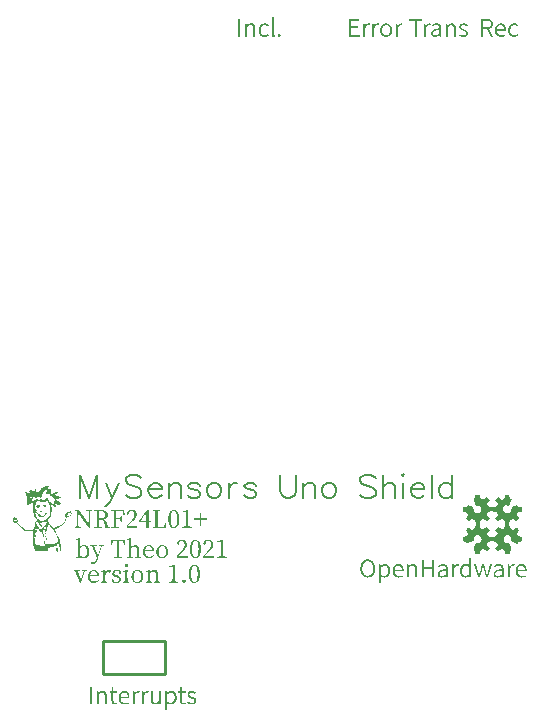
<source format=gto>
G04 Layer: TopSilkLayer*
G04 EasyEDA v6.4.19.5, 2021-05-22T19:54:24+02:00*
G04 224cf8713a1a4faea1e3f274148ba73b,c38686c9fe6447858fcbf2546f174441,10*
G04 Gerber Generator version 0.2*
G04 Scale: 100 percent, Rotated: No, Reflected: No *
G04 Dimensions in millimeters *
G04 leading zeros omitted , absolute positions ,4 integer and 5 decimal *
%FSLAX45Y45*%
%MOMM*%

%ADD10C,0.2540*%
%ADD19C,0.2032*%

%LPD*%
G36*
X-3930802Y-2951988D02*
G01*
X-3944010Y-2952191D01*
X-3949954Y-2952699D01*
X-3956354Y-2954020D01*
X-3962450Y-2955950D01*
X-3967479Y-2958287D01*
X-3972001Y-2960674D01*
X-3976878Y-2962808D01*
X-3981500Y-2964434D01*
X-3985209Y-2965348D01*
X-3989628Y-2967380D01*
X-3996182Y-2972155D01*
X-4003954Y-2978912D01*
X-4012082Y-2986989D01*
X-4019854Y-2995168D01*
X-4025747Y-3001010D01*
X-4030167Y-3004667D01*
X-4033367Y-3006090D01*
X-4035704Y-3005429D01*
X-4037431Y-3002584D01*
X-4038955Y-2997708D01*
X-4044238Y-2974136D01*
X-4049318Y-2977286D01*
X-4051300Y-2979572D01*
X-4052925Y-2983534D01*
X-4054043Y-2988564D01*
X-4054449Y-2994101D01*
X-4054449Y-3007817D01*
X-4082135Y-2989681D01*
X-4100017Y-2996539D01*
X-4093311Y-3014065D01*
X-4138625Y-3006445D01*
X-4119575Y-3043326D01*
X-4119798Y-3051403D01*
X-4101337Y-3051403D01*
X-4093159Y-3046222D01*
X-4085742Y-3042208D01*
X-4080865Y-3041650D01*
X-4077563Y-3044799D01*
X-4075023Y-3052013D01*
X-4072128Y-3063138D01*
X-4078071Y-3060141D01*
X-4085844Y-3056991D01*
X-4101337Y-3051403D01*
X-4119798Y-3051403D01*
X-4120541Y-3078276D01*
X-4074515Y-3078276D01*
X-4074464Y-3076244D01*
X-4073245Y-3072993D01*
X-4065015Y-3057347D01*
X-4071264Y-3047187D01*
X-4060444Y-3040532D01*
X-4038396Y-3054299D01*
X-4017162Y-3035046D01*
X-4003700Y-3035096D01*
X-4003090Y-3032658D01*
X-4001871Y-3030169D01*
X-3998264Y-3025444D01*
X-3995978Y-3024479D01*
X-3995369Y-3027019D01*
X-3996944Y-3032810D01*
X-3998468Y-3035909D01*
X-4000042Y-3038043D01*
X-4001617Y-3039059D01*
X-4002887Y-3038703D01*
X-4003649Y-3037230D01*
X-4003700Y-3035096D01*
X-4017120Y-3035096D01*
X-4002938Y-3052114D01*
X-3988409Y-3040075D01*
X-3985006Y-3004769D01*
X-3970274Y-3007817D01*
X-3976827Y-2997200D01*
X-3959504Y-2985109D01*
X-3952341Y-2980436D01*
X-3950970Y-2979775D01*
X-3950766Y-2981502D01*
X-3951833Y-2993390D01*
X-3955897Y-3024225D01*
X-3948836Y-3024225D01*
X-3945483Y-3023463D01*
X-3941572Y-3021380D01*
X-3937609Y-3018282D01*
X-3934053Y-3014472D01*
X-3926332Y-3004769D01*
X-3927449Y-3017113D01*
X-3927500Y-3026714D01*
X-3926636Y-3040888D01*
X-3909110Y-3040888D01*
X-3879291Y-3071164D01*
X-3873195Y-3077870D01*
X-3868978Y-3083001D01*
X-3866642Y-3086608D01*
X-3866235Y-3088589D01*
X-3867708Y-3089097D01*
X-3871061Y-3088081D01*
X-3887114Y-3079750D01*
X-3893820Y-3090672D01*
X-3887825Y-3101898D01*
X-3885285Y-3107080D01*
X-3884269Y-3110534D01*
X-3884726Y-3112211D01*
X-3886708Y-3112109D01*
X-3890365Y-3110230D01*
X-3895699Y-3106572D01*
X-3902710Y-3101035D01*
X-3920642Y-3086100D01*
X-3928821Y-3079953D01*
X-3935120Y-3075736D01*
X-3938574Y-3074212D01*
X-3942994Y-3074212D01*
X-3937254Y-3088792D01*
X-3931462Y-3101390D01*
X-3921150Y-3121456D01*
X-3921099Y-3197910D01*
X-3945026Y-3236620D01*
X-3982313Y-3252165D01*
X-3996131Y-3248710D01*
X-4001515Y-3246983D01*
X-4005935Y-3244900D01*
X-4008882Y-3242716D01*
X-4009999Y-3240633D01*
X-4010812Y-3238601D01*
X-4013098Y-3236417D01*
X-4016451Y-3234385D01*
X-4020565Y-3232708D01*
X-4031183Y-3229356D01*
X-4043476Y-3198469D01*
X-4047642Y-3186684D01*
X-4048353Y-3183331D01*
X-4048201Y-3181502D01*
X-4047236Y-3180892D01*
X-4045356Y-3181451D01*
X-4036568Y-3186734D01*
X-4044086Y-3163112D01*
X-4030472Y-3163112D01*
X-4046880Y-3143656D01*
X-4047947Y-3126994D01*
X-4047896Y-3119374D01*
X-4046982Y-3110992D01*
X-4045305Y-3102813D01*
X-4043070Y-3095853D01*
X-4037076Y-3081426D01*
X-4004462Y-3082544D01*
X-4004411Y-3092246D01*
X-3985971Y-3077006D01*
X-3983634Y-3083966D01*
X-3981653Y-3087014D01*
X-3978401Y-3088589D01*
X-3974287Y-3088894D01*
X-3969410Y-3088030D01*
X-3964178Y-3086100D01*
X-3958742Y-3083356D01*
X-3953459Y-3079902D01*
X-3948480Y-3075889D01*
X-3944213Y-3071520D01*
X-3940810Y-3066846D01*
X-3938574Y-3062122D01*
X-3937762Y-3057448D01*
X-3937762Y-3051251D01*
X-3950258Y-3055162D01*
X-3955389Y-3057093D01*
X-3960063Y-3059430D01*
X-3963822Y-3061919D01*
X-3966108Y-3064256D01*
X-3969461Y-3069488D01*
X-4008729Y-3062122D01*
X-4016197Y-3074263D01*
X-4037685Y-3062782D01*
X-4061307Y-3074924D01*
X-4066844Y-3077464D01*
X-4070858Y-3078835D01*
X-4073347Y-3079140D01*
X-4074515Y-3078276D01*
X-4120541Y-3078276D01*
X-4121454Y-3113125D01*
X-4111548Y-3113074D01*
X-4106214Y-3112160D01*
X-4099051Y-3109722D01*
X-4090924Y-3106064D01*
X-4082846Y-3101594D01*
X-4064050Y-3090113D01*
X-4071315Y-3154781D01*
X-4061206Y-3208731D01*
X-4037279Y-3241141D01*
X-4041546Y-3247948D01*
X-4043934Y-3253435D01*
X-4047925Y-3265881D01*
X-4041343Y-3265881D01*
X-4038955Y-3258921D01*
X-4037431Y-3255416D01*
X-4035704Y-3253333D01*
X-4033621Y-3252774D01*
X-4030979Y-3253943D01*
X-4027728Y-3256838D01*
X-4023715Y-3261614D01*
X-4018825Y-3268268D01*
X-4004411Y-3268268D01*
X-4004411Y-3261918D01*
X-3987749Y-3268319D01*
X-3987749Y-3256279D01*
X-3965549Y-3262071D01*
X-3962450Y-3257042D01*
X-3958945Y-3253740D01*
X-3954424Y-3252114D01*
X-3950512Y-3252419D01*
X-3948887Y-3254908D01*
X-3950157Y-3258565D01*
X-3953510Y-3264662D01*
X-3958386Y-3272332D01*
X-3964076Y-3280613D01*
X-3969918Y-3288588D01*
X-3975354Y-3295446D01*
X-3979722Y-3300222D01*
X-3982313Y-3302000D01*
X-3984802Y-3300882D01*
X-3988054Y-3297885D01*
X-3991711Y-3293516D01*
X-3995420Y-3288233D01*
X-3998874Y-3282543D01*
X-4001719Y-3277006D01*
X-4003700Y-3272078D01*
X-4004411Y-3268268D01*
X-4018787Y-3268319D01*
X-4012793Y-3277108D01*
X-4005884Y-3286760D01*
X-3999534Y-3294684D01*
X-3994353Y-3300018D01*
X-3991051Y-3302000D01*
X-3986072Y-3302000D01*
X-3995199Y-3312109D01*
X-3976115Y-3312109D01*
X-3958691Y-3285388D01*
X-3954729Y-3279800D01*
X-3951884Y-3276498D01*
X-3950106Y-3275533D01*
X-3949242Y-3276904D01*
X-3949242Y-3280613D01*
X-3950055Y-3286658D01*
X-3954373Y-3309365D01*
X-3956964Y-3316224D01*
X-3960723Y-3317646D01*
X-3967276Y-3315512D01*
X-3976115Y-3312109D01*
X-3995199Y-3312109D01*
X-4005935Y-3323996D01*
X-4041343Y-3265881D01*
X-4047925Y-3265881D01*
X-4050944Y-3276346D01*
X-4054754Y-3290874D01*
X-4063644Y-3326993D01*
X-4130598Y-3326942D01*
X-4156913Y-3303371D01*
X-4172407Y-3290011D01*
X-4190542Y-3275228D01*
X-4207205Y-3262426D01*
X-4200245Y-3259531D01*
X-4197604Y-3257550D01*
X-4196080Y-3254552D01*
X-4195622Y-3250793D01*
X-4196130Y-3246475D01*
X-4197502Y-3241802D01*
X-4199534Y-3237026D01*
X-4202226Y-3232353D01*
X-4205376Y-3228035D01*
X-4208932Y-3224276D01*
X-4212742Y-3221329D01*
X-4216704Y-3219348D01*
X-4220718Y-3218688D01*
X-4226915Y-3218688D01*
X-4237328Y-3245967D01*
X-4225848Y-3245967D01*
X-4223207Y-3238347D01*
X-4219752Y-3229305D01*
X-4213453Y-3231388D01*
X-4210913Y-3232912D01*
X-4208526Y-3235604D01*
X-4206595Y-3238957D01*
X-4205427Y-3242716D01*
X-4203598Y-3252012D01*
X-4215130Y-3252012D01*
X-4222445Y-3251708D01*
X-4225798Y-3250031D01*
X-4225848Y-3245967D01*
X-4237328Y-3245967D01*
X-4238244Y-3248355D01*
X-4235399Y-3255721D01*
X-4233672Y-3258616D01*
X-4231081Y-3260953D01*
X-4227931Y-3262528D01*
X-4224629Y-3263087D01*
X-4220311Y-3264153D01*
X-4214368Y-3267049D01*
X-4207611Y-3271316D01*
X-4197096Y-3279698D01*
X-4131564Y-3335324D01*
X-4068318Y-3335324D01*
X-4067508Y-3378555D01*
X-4055313Y-3378555D01*
X-4043476Y-3385870D01*
X-4049826Y-3354171D01*
X-4032199Y-3339541D01*
X-4033520Y-3304794D01*
X-4036161Y-3315868D01*
X-4037584Y-3320592D01*
X-4039514Y-3325266D01*
X-4041698Y-3329330D01*
X-4043883Y-3332276D01*
X-4048861Y-3337560D01*
X-4048861Y-3331260D01*
X-4048404Y-3327552D01*
X-4047134Y-3322218D01*
X-4045254Y-3315919D01*
X-4042968Y-3309365D01*
X-4037025Y-3293770D01*
X-4026357Y-3307638D01*
X-4021988Y-3313734D01*
X-4017924Y-3320237D01*
X-4014571Y-3326282D01*
X-4012488Y-3331159D01*
X-4008678Y-3338017D01*
X-4004208Y-3340608D01*
X-4000449Y-3338829D01*
X-3997502Y-3326180D01*
X-3994454Y-3324402D01*
X-3991254Y-3327095D01*
X-3990363Y-3330346D01*
X-3982212Y-3330346D01*
X-3982212Y-3324199D01*
X-3965549Y-3324199D01*
X-3965549Y-3332530D01*
X-3965346Y-3336645D01*
X-3964736Y-3339439D01*
X-3963822Y-3341065D01*
X-3962603Y-3341420D01*
X-3961079Y-3340709D01*
X-3959351Y-3338880D01*
X-3957421Y-3335985D01*
X-3955338Y-3332073D01*
X-3953103Y-3327247D01*
X-3950817Y-3321558D01*
X-3946093Y-3307587D01*
X-3936034Y-3274263D01*
X-3927297Y-3286709D01*
X-3922928Y-3292398D01*
X-3917492Y-3298748D01*
X-3911701Y-3304997D01*
X-3903370Y-3313226D01*
X-3896766Y-3321862D01*
X-3889400Y-3333343D01*
X-3881729Y-3346805D01*
X-3874262Y-3361182D01*
X-3867454Y-3375660D01*
X-3861866Y-3389223D01*
X-3859631Y-3395370D01*
X-3857904Y-3400907D01*
X-3856736Y-3405784D01*
X-3853484Y-3422040D01*
X-3860901Y-3428136D01*
X-3864000Y-3430219D01*
X-3868267Y-3432403D01*
X-3879697Y-3436823D01*
X-3893718Y-3441090D01*
X-3901236Y-3443071D01*
X-3916426Y-3446272D01*
X-3923690Y-3447491D01*
X-3930497Y-3448354D01*
X-3936695Y-3448812D01*
X-3955034Y-3449624D01*
X-3959504Y-3443884D01*
X-3960215Y-3442462D01*
X-3962196Y-3436162D01*
X-3964787Y-3426053D01*
X-3970832Y-3398469D01*
X-3976776Y-3367735D01*
X-3979214Y-3353714D01*
X-3981043Y-3341827D01*
X-3982059Y-3333191D01*
X-3982212Y-3330346D01*
X-3990363Y-3330346D01*
X-3989374Y-3333953D01*
X-3988562Y-3341370D01*
X-3984904Y-3364890D01*
X-3978249Y-3401669D01*
X-3972864Y-3428644D01*
X-3970578Y-3438956D01*
X-3968750Y-3446068D01*
X-3964178Y-3458057D01*
X-4046118Y-3454755D01*
X-4046880Y-3434334D01*
X-4047693Y-3425139D01*
X-4048963Y-3414826D01*
X-4050487Y-3404666D01*
X-4055313Y-3378555D01*
X-4067508Y-3378555D01*
X-4066184Y-3449218D01*
X-4050944Y-3504793D01*
X-3937762Y-3507943D01*
X-3937762Y-3481171D01*
X-3903675Y-3474364D01*
X-3910584Y-3463239D01*
X-3895090Y-3469182D01*
X-3881424Y-3452672D01*
X-3866387Y-3458413D01*
X-3860241Y-3446881D01*
X-3857447Y-3442411D01*
X-3854399Y-3438702D01*
X-3851503Y-3436264D01*
X-3849115Y-3435350D01*
X-3844188Y-3435350D01*
X-3836466Y-3507536D01*
X-3826662Y-3507536D01*
X-3826814Y-3488385D01*
X-3827983Y-3478276D01*
X-3830116Y-3465880D01*
X-3832910Y-3452774D01*
X-3837381Y-3434283D01*
X-3839311Y-3423716D01*
X-3840175Y-3415893D01*
X-3839768Y-3411880D01*
X-3839260Y-3409696D01*
X-3839667Y-3406851D01*
X-3840987Y-3403752D01*
X-3845102Y-3398012D01*
X-3850233Y-3389782D01*
X-3856380Y-3378809D01*
X-3862984Y-3366211D01*
X-3869385Y-3353206D01*
X-3875074Y-3340963D01*
X-3879443Y-3330600D01*
X-3881882Y-3323386D01*
X-3882186Y-3321304D01*
X-3882186Y-3313988D01*
X-3858920Y-3306114D01*
X-3848862Y-3301492D01*
X-3837838Y-3295548D01*
X-3827221Y-3288944D01*
X-3800703Y-3269894D01*
X-3776421Y-3218281D01*
X-3749548Y-3208070D01*
X-3737356Y-3185312D01*
X-3741775Y-3185312D01*
X-3744061Y-3186226D01*
X-3746957Y-3188614D01*
X-3750106Y-3192119D01*
X-3753154Y-3196437D01*
X-3760063Y-3207562D01*
X-3768394Y-3207562D01*
X-3774338Y-3206445D01*
X-3776218Y-3202787D01*
X-3774033Y-3196234D01*
X-3767734Y-3186176D01*
X-3758844Y-3173476D01*
X-3743299Y-3179419D01*
X-3743299Y-3174034D01*
X-3743909Y-3171698D01*
X-3745636Y-3170072D01*
X-3748328Y-3169158D01*
X-3751884Y-3168904D01*
X-3756304Y-3169361D01*
X-3761333Y-3170478D01*
X-3766921Y-3172307D01*
X-3773017Y-3174847D01*
X-3786530Y-3180994D01*
X-3798011Y-3206191D01*
X-3786581Y-3217621D01*
X-3799128Y-3255721D01*
X-3814267Y-3270097D01*
X-3817975Y-3273247D01*
X-3822649Y-3276752D01*
X-3834231Y-3284270D01*
X-3847439Y-3291738D01*
X-3854246Y-3295192D01*
X-3892296Y-3312007D01*
X-3908755Y-3293922D01*
X-3915410Y-3285591D01*
X-3922369Y-3276092D01*
X-3928719Y-3266643D01*
X-3943553Y-3242005D01*
X-3914495Y-3207461D01*
X-3909009Y-3143656D01*
X-3919880Y-3096666D01*
X-3880307Y-3129280D01*
X-3871518Y-3123844D01*
X-3881932Y-3096463D01*
X-3876344Y-3096463D01*
X-3873906Y-3097072D01*
X-3871468Y-3098901D01*
X-3869232Y-3101543D01*
X-3867556Y-3104794D01*
X-3864356Y-3113125D01*
X-3851401Y-3113125D01*
X-3845661Y-3112719D01*
X-3840987Y-3111652D01*
X-3837482Y-3109976D01*
X-3835044Y-3107690D01*
X-3833723Y-3104946D01*
X-3833469Y-3101746D01*
X-3834333Y-3098190D01*
X-3836263Y-3094278D01*
X-3839210Y-3090164D01*
X-3843274Y-3085846D01*
X-3848404Y-3081477D01*
X-3854602Y-3077006D01*
X-3871264Y-3065881D01*
X-3852164Y-3060344D01*
X-3844645Y-3057753D01*
X-3838397Y-3054756D01*
X-3834028Y-3051810D01*
X-3832199Y-3049219D01*
X-3831386Y-3043682D01*
X-3887724Y-3027019D01*
X-3851656Y-3006039D01*
X-3857751Y-3003854D01*
X-3862120Y-3003854D01*
X-3869588Y-3005531D01*
X-3879037Y-3008528D01*
X-3889501Y-3012643D01*
X-3915156Y-3023666D01*
X-3912768Y-2982569D01*
X-3937101Y-2983382D01*
G37*
G36*
X-3983990Y-3113024D02*
G01*
X-3964127Y-3134969D01*
X-3948988Y-3126790D01*
X-3946144Y-3124860D01*
X-3944823Y-3123285D01*
X-3945178Y-3121964D01*
X-3947261Y-3120745D01*
X-3951173Y-3119526D01*
X-3965041Y-3116630D01*
G37*
G36*
X-4008577Y-3113684D02*
G01*
X-4015435Y-3115157D01*
X-4026001Y-3117900D01*
X-4039260Y-3121660D01*
X-4021124Y-3136696D01*
X-4012793Y-3129788D01*
X-4007408Y-3124047D01*
X-4004716Y-3118662D01*
X-4005021Y-3114751D01*
G37*
G36*
X-3996842Y-3155340D02*
G01*
X-4005529Y-3169412D01*
X-3998874Y-3176066D01*
X-3995521Y-3172714D01*
X-3994404Y-3170834D01*
X-3993845Y-3168294D01*
X-3993845Y-3165348D01*
X-3994505Y-3162350D01*
G37*
G36*
X-3958691Y-3171444D02*
G01*
X-3959351Y-3178403D01*
X-3960469Y-3181959D01*
X-3963009Y-3186531D01*
X-3966667Y-3191510D01*
X-3970985Y-3196336D01*
X-3981958Y-3207308D01*
X-3991813Y-3203803D01*
X-3996537Y-3201670D01*
X-4002125Y-3198317D01*
X-4007916Y-3194304D01*
X-4013200Y-3189986D01*
X-4024680Y-3179673D01*
X-4031843Y-3186785D01*
X-4025646Y-3198571D01*
X-4022648Y-3203702D01*
X-4019651Y-3208020D01*
X-4016501Y-3211474D01*
X-4013098Y-3214166D01*
X-4009339Y-3216148D01*
X-4005122Y-3217519D01*
X-4000398Y-3218281D01*
X-3995013Y-3218586D01*
X-3982821Y-3218688D01*
X-3953205Y-3193135D01*
G37*
G36*
X-3962450Y-3351987D02*
G01*
X-3963670Y-3352444D01*
X-3965194Y-3353612D01*
X-3966819Y-3355390D01*
X-3971747Y-3363112D01*
X-3965854Y-3363112D01*
X-3963568Y-3362655D01*
X-3961739Y-3361486D01*
X-3960469Y-3359708D01*
X-3960012Y-3357575D01*
X-3960164Y-3355390D01*
X-3960723Y-3353612D01*
X-3961485Y-3352444D01*
G37*
G36*
X-3960012Y-3374237D02*
G01*
X-3962146Y-3374644D01*
X-3963924Y-3375863D01*
X-3965092Y-3377590D01*
X-3965549Y-3379774D01*
X-3965092Y-3381908D01*
X-3963924Y-3383686D01*
X-3962146Y-3384905D01*
X-3960012Y-3385312D01*
X-3957828Y-3384905D01*
X-3956050Y-3383686D01*
X-3954881Y-3381908D01*
X-3954424Y-3379774D01*
X-3954881Y-3377590D01*
X-3956050Y-3375863D01*
X-3957828Y-3374644D01*
G37*
G36*
X-3954424Y-3396437D02*
G01*
X-3956608Y-3396894D01*
X-3958336Y-3398062D01*
X-3959555Y-3399840D01*
X-3960012Y-3401974D01*
X-3959555Y-3404158D01*
X-3958336Y-3405936D01*
X-3956608Y-3407105D01*
X-3954424Y-3407562D01*
X-3952290Y-3407105D01*
X-3950512Y-3405936D01*
X-3949293Y-3404158D01*
X-3948887Y-3401974D01*
X-3949293Y-3399840D01*
X-3950512Y-3398062D01*
X-3952290Y-3396894D01*
G37*
G36*
X-3862273Y-3464102D02*
G01*
X-3863492Y-3464509D01*
X-3864914Y-3467354D01*
X-3866591Y-3472586D01*
X-3872229Y-3497529D01*
X-3859987Y-3509772D01*
X-3860139Y-3477260D01*
X-3860596Y-3470452D01*
X-3861308Y-3466084D01*
G37*
G36*
X-33731Y-3026359D02*
G01*
X-70053Y-3029356D01*
X-73253Y-3057398D01*
X-98044Y-3068726D01*
X-128625Y-3050692D01*
X-153873Y-3075940D01*
X-133756Y-3104388D01*
X-141884Y-3125978D01*
X-152196Y-3129280D01*
X-157886Y-3130753D01*
X-164084Y-3131870D01*
X-170535Y-3132531D01*
X-177190Y-3132785D01*
X-183743Y-3132632D01*
X-190144Y-3132074D01*
X-196189Y-3131058D01*
X-201625Y-3129635D01*
X-213156Y-3125978D01*
X-221284Y-3104388D01*
X-201168Y-3075940D01*
X-226517Y-3050590D01*
X-238150Y-3058718D01*
X-243484Y-3062122D01*
X-248615Y-3064510D01*
X-253492Y-3065983D01*
X-258114Y-3066491D01*
X-262534Y-3066034D01*
X-266801Y-3064662D01*
X-270814Y-3062325D01*
X-274675Y-3059023D01*
X-282549Y-3051149D01*
X-282549Y-3026867D01*
X-322529Y-3026867D01*
X-322529Y-3051149D01*
X-333146Y-3061817D01*
X-335330Y-3064560D01*
X-336550Y-3067253D01*
X-336804Y-3070402D01*
X-336042Y-3074416D01*
X-334213Y-3079800D01*
X-316941Y-3120390D01*
X-294589Y-3116072D01*
X-270865Y-3135325D01*
X-270865Y-3168446D01*
X-282244Y-3177641D01*
X-287528Y-3181451D01*
X-292608Y-3184194D01*
X-297535Y-3185820D01*
X-302412Y-3186430D01*
X-307289Y-3185922D01*
X-312216Y-3184347D01*
X-317195Y-3181705D01*
X-322376Y-3177997D01*
X-333349Y-3169107D01*
X-340309Y-3135020D01*
X-387146Y-3115767D01*
X-403250Y-3131870D01*
X-427532Y-3131870D01*
X-427532Y-3171850D01*
X-403250Y-3171850D01*
X-395376Y-3179724D01*
X-392074Y-3183483D01*
X-389737Y-3187242D01*
X-388366Y-3191103D01*
X-387959Y-3195116D01*
X-388467Y-3199434D01*
X-389991Y-3204108D01*
X-392430Y-3209239D01*
X-395833Y-3214878D01*
X-404114Y-3227527D01*
X-378764Y-3252927D01*
X-352602Y-3235756D01*
X-328777Y-3241751D01*
X-320771Y-3273602D01*
X-283616Y-3273602D01*
X-283311Y-3264915D01*
X-282600Y-3257092D01*
X-281482Y-3250844D01*
X-279958Y-3246780D01*
X-277774Y-3244291D01*
X-274421Y-3241649D01*
X-270256Y-3239211D01*
X-265836Y-3237230D01*
X-255219Y-3233267D01*
X-227279Y-3253892D01*
X-201168Y-3227781D01*
X-221284Y-3199384D01*
X-212953Y-3177184D01*
X-180035Y-3169716D01*
X-176885Y-3169513D01*
X-172110Y-3170021D01*
X-166268Y-3171088D01*
X-143967Y-3176879D01*
X-143154Y-3177641D01*
X-139649Y-3183077D01*
X-132029Y-3197148D01*
X-153873Y-3227781D01*
X-128473Y-3253232D01*
X-100025Y-3233115D01*
X-78130Y-3241294D01*
X-73152Y-3259480D01*
X-71323Y-3266998D01*
X-70104Y-3274009D01*
X-69596Y-3279800D01*
X-69900Y-3283508D01*
X-72034Y-3291484D01*
X-77419Y-3315665D01*
X-99314Y-3321405D01*
X-127254Y-3304895D01*
X-152196Y-3328314D01*
X-132384Y-3356101D01*
X-143611Y-3380740D01*
X-160578Y-3383483D01*
X-168503Y-3384346D01*
X-177546Y-3384600D01*
X-186588Y-3384346D01*
X-194462Y-3383483D01*
X-211429Y-3380740D01*
X-221589Y-3358489D01*
X-202590Y-3328517D01*
X-227787Y-3304895D01*
X-255778Y-3321405D01*
X-277215Y-3315766D01*
X-280619Y-3305098D01*
X-282041Y-3299002D01*
X-283006Y-3291281D01*
X-283514Y-3282594D01*
X-283616Y-3273602D01*
X-320771Y-3273602D01*
X-319328Y-3279343D01*
X-327761Y-3311651D01*
X-348183Y-3322574D01*
X-360172Y-3314700D01*
X-365760Y-3311347D01*
X-370738Y-3309010D01*
X-375259Y-3307638D01*
X-379374Y-3307334D01*
X-383286Y-3308096D01*
X-387096Y-3309874D01*
X-390855Y-3312668D01*
X-394716Y-3316528D01*
X-403504Y-3326231D01*
X-385673Y-3356356D01*
X-397002Y-3381146D01*
X-425043Y-3384346D01*
X-428091Y-3420973D01*
X-397611Y-3427628D01*
X-390042Y-3440633D01*
X-337515Y-3420516D01*
X-337515Y-3391865D01*
X-317550Y-3371850D01*
X-288239Y-3371850D01*
X-277876Y-3385058D01*
X-273659Y-3390747D01*
X-270611Y-3395726D01*
X-268782Y-3400145D01*
X-268173Y-3404362D01*
X-268782Y-3408578D01*
X-270611Y-3412998D01*
X-273659Y-3417976D01*
X-277876Y-3423716D01*
X-288239Y-3436874D01*
X-317906Y-3436874D01*
X-331571Y-3469030D01*
X-334416Y-3476345D01*
X-336194Y-3482086D01*
X-336905Y-3486607D01*
X-336651Y-3490366D01*
X-335381Y-3493566D01*
X-333197Y-3496716D01*
X-330047Y-3500069D01*
X-327101Y-3503777D01*
X-324713Y-3508197D01*
X-323138Y-3512870D01*
X-322529Y-3517239D01*
X-322529Y-3526891D01*
X-282549Y-3526891D01*
X-282549Y-3502101D01*
X-258013Y-3486048D01*
X-227787Y-3503879D01*
X-202590Y-3480206D01*
X-221589Y-3450234D01*
X-211328Y-3427780D01*
X-177546Y-3421430D01*
X-143713Y-3427780D01*
X-133502Y-3450234D01*
X-152450Y-3480206D01*
X-127101Y-3504031D01*
X-114757Y-3495294D01*
X-106832Y-3490417D01*
X-97434Y-3485743D01*
X-72542Y-3502101D01*
X-72542Y-3526891D01*
X-32512Y-3526891D01*
X-32512Y-3517239D01*
X-31953Y-3512870D01*
X-30327Y-3508197D01*
X-27940Y-3503777D01*
X-25044Y-3500069D01*
X-21894Y-3496716D01*
X-19659Y-3493566D01*
X-18389Y-3490366D01*
X-18135Y-3486607D01*
X-18897Y-3482086D01*
X-20675Y-3476345D01*
X-23469Y-3469030D01*
X-37185Y-3436874D01*
X-65989Y-3436874D01*
X-83769Y-3417214D01*
X-83769Y-3391560D01*
X-65989Y-3371850D01*
X-37541Y-3371850D01*
X-17526Y-3391865D01*
X-17526Y-3419906D01*
X34036Y-3441649D01*
X39471Y-3434842D01*
X42722Y-3431997D01*
X47396Y-3429101D01*
X52933Y-3426663D01*
X58724Y-3424885D01*
X72491Y-3421684D01*
X72491Y-3386632D01*
X42113Y-3380536D01*
X31140Y-3360064D01*
X49022Y-3326892D01*
X39979Y-3316884D01*
X35864Y-3312871D01*
X31800Y-3309924D01*
X27787Y-3308096D01*
X23723Y-3307334D01*
X19608Y-3307638D01*
X15392Y-3309061D01*
X11074Y-3311601D01*
X6604Y-3315157D01*
X-2590Y-3323437D01*
X-25806Y-3312871D01*
X-35610Y-3279343D01*
X-26263Y-3241751D01*
X-2438Y-3235756D01*
X23723Y-3252927D01*
X48514Y-3228086D01*
X32004Y-3202940D01*
X38506Y-3177133D01*
X72491Y-3170732D01*
X72491Y-3131870D01*
X50749Y-3131870D01*
X32715Y-3115513D01*
X-14732Y-3135020D01*
X-21742Y-3169107D01*
X-32664Y-3177997D01*
X-37846Y-3181705D01*
X-42824Y-3184347D01*
X-47752Y-3185922D01*
X-52628Y-3186430D01*
X-57505Y-3185820D01*
X-62484Y-3184194D01*
X-67564Y-3181451D01*
X-72796Y-3177641D01*
X-84175Y-3168446D01*
X-84175Y-3135325D01*
X-60807Y-3116376D01*
X-36677Y-3119374D01*
X-13309Y-3064357D01*
X-27178Y-3061208D01*
G37*
G36*
X-2046224Y1012698D02*
G01*
X-2046224Y870966D01*
X-2045207Y861314D01*
X-2041956Y854252D01*
X-2036368Y849833D01*
X-2028189Y848360D01*
X-2022449Y848715D01*
X-2018284Y849630D01*
X-2020824Y862584D01*
X-2023110Y862126D01*
X-2024634Y862076D01*
X-2026615Y862533D01*
X-2028240Y863904D01*
X-2029307Y866241D01*
X-2029714Y869696D01*
X-2029714Y1012698D01*
G37*
G36*
X-2328672Y999744D02*
G01*
X-2328672Y850900D01*
X-2311908Y850900D01*
X-2311908Y999744D01*
G37*
G36*
X-2105152Y963421D02*
G01*
X-2110333Y963168D01*
X-2115413Y962456D01*
X-2120341Y961237D01*
X-2125116Y959561D01*
X-2129688Y957427D01*
X-2134006Y954836D01*
X-2138019Y951788D01*
X-2141778Y948283D01*
X-2145233Y944422D01*
X-2148281Y940104D01*
X-2150973Y935329D01*
X-2153208Y930198D01*
X-2155037Y924661D01*
X-2156358Y918718D01*
X-2157171Y912418D01*
X-2157476Y905764D01*
X-2157222Y899109D01*
X-2156460Y892860D01*
X-2155240Y886968D01*
X-2153564Y881481D01*
X-2151481Y876350D01*
X-2148941Y871626D01*
X-2146046Y867308D01*
X-2142794Y863447D01*
X-2139188Y859993D01*
X-2135276Y856945D01*
X-2131110Y854354D01*
X-2126640Y852220D01*
X-2121865Y850544D01*
X-2116937Y849325D01*
X-2111756Y848614D01*
X-2106422Y848360D01*
X-2101443Y848614D01*
X-2096566Y849274D01*
X-2091893Y850442D01*
X-2087321Y852017D01*
X-2083003Y853998D01*
X-2078786Y856386D01*
X-2074875Y859180D01*
X-2071116Y862330D01*
X-2078482Y873252D01*
X-2084070Y868934D01*
X-2090470Y865378D01*
X-2097532Y862939D01*
X-2105152Y862076D01*
X-2110282Y862431D01*
X-2115108Y863498D01*
X-2119579Y865225D01*
X-2123694Y867613D01*
X-2127402Y870559D01*
X-2130704Y874115D01*
X-2133600Y878179D01*
X-2135987Y882802D01*
X-2137918Y887882D01*
X-2139289Y893419D01*
X-2140153Y899414D01*
X-2140458Y905764D01*
X-2140153Y912063D01*
X-2139238Y918006D01*
X-2137765Y923544D01*
X-2135733Y928624D01*
X-2133244Y933196D01*
X-2130247Y937310D01*
X-2126843Y940866D01*
X-2123084Y943864D01*
X-2118918Y946251D01*
X-2114448Y948029D01*
X-2109673Y949096D01*
X-2104644Y949452D01*
X-2098141Y948740D01*
X-2092248Y946708D01*
X-2086864Y943559D01*
X-2081784Y939546D01*
X-2073148Y950214D01*
X-2079345Y955294D01*
X-2086660Y959459D01*
X-2095246Y962355D01*
G37*
G36*
X-2219198Y963421D02*
G01*
X-2224633Y963066D01*
X-2229815Y961948D01*
X-2234692Y960221D01*
X-2239365Y957935D01*
X-2243836Y955141D01*
X-2248103Y951941D01*
X-2252218Y948436D01*
X-2256282Y944626D01*
X-2256790Y944626D01*
X-2258568Y960628D01*
X-2271776Y960628D01*
X-2271776Y850900D01*
X-2255520Y850900D01*
X-2255520Y931164D01*
X-2247442Y938885D01*
X-2243632Y941933D01*
X-2239873Y944422D01*
X-2236114Y946403D01*
X-2232253Y947826D01*
X-2228240Y948639D01*
X-2224024Y948944D01*
X-2218740Y948486D01*
X-2214219Y947166D01*
X-2210511Y944930D01*
X-2207514Y941679D01*
X-2205228Y937463D01*
X-2203653Y932230D01*
X-2202738Y925880D01*
X-2202434Y918464D01*
X-2202434Y850900D01*
X-2185670Y850900D01*
X-2185670Y920496D01*
X-2185873Y927252D01*
X-2186584Y933450D01*
X-2187702Y939088D01*
X-2189276Y944168D01*
X-2191359Y948639D01*
X-2193848Y952550D01*
X-2196846Y955852D01*
X-2200351Y958545D01*
X-2204313Y960678D01*
X-2208784Y962202D01*
X-2213711Y963117D01*
G37*
G36*
X-1981454Y874776D02*
G01*
X-1986280Y873810D01*
X-1990242Y871067D01*
X-1992934Y866851D01*
X-1993900Y861314D01*
X-1992934Y855980D01*
X-1990242Y851865D01*
X-1986280Y849274D01*
X-1981454Y848360D01*
X-1976628Y849274D01*
X-1972665Y851865D01*
X-1969973Y855980D01*
X-1969007Y861314D01*
X-1969973Y866851D01*
X-1972665Y871118D01*
X-1976628Y873810D01*
G37*
G36*
X-2874772Y-3155188D02*
G01*
X-2879242Y-3155442D01*
X-2883662Y-3156204D01*
X-2887980Y-3157474D01*
X-2892196Y-3159252D01*
X-2896260Y-3161639D01*
X-2900121Y-3164636D01*
X-2903778Y-3168243D01*
X-2907233Y-3172409D01*
X-2910382Y-3177286D01*
X-2913176Y-3182823D01*
X-2915666Y-3189071D01*
X-2917799Y-3196031D01*
X-2919476Y-3203702D01*
X-2920746Y-3212134D01*
X-2921508Y-3221380D01*
X-2921762Y-3231388D01*
X-2901950Y-3231388D01*
X-2901696Y-3218840D01*
X-2900934Y-3207867D01*
X-2899714Y-3198368D01*
X-2898089Y-3190240D01*
X-2896057Y-3183382D01*
X-2893720Y-3177743D01*
X-2891028Y-3173171D01*
X-2888132Y-3169666D01*
X-2885033Y-3167075D01*
X-2881731Y-3165348D01*
X-2878277Y-3164382D01*
X-2874772Y-3164078D01*
X-2871368Y-3164382D01*
X-2868066Y-3165348D01*
X-2864866Y-3167075D01*
X-2861818Y-3169666D01*
X-2859024Y-3173171D01*
X-2856433Y-3177743D01*
X-2854147Y-3183382D01*
X-2852166Y-3190240D01*
X-2850540Y-3198368D01*
X-2849372Y-3207867D01*
X-2848610Y-3218840D01*
X-2848356Y-3231388D01*
X-2848610Y-3244392D01*
X-2849372Y-3255822D01*
X-2850540Y-3265728D01*
X-2852166Y-3274161D01*
X-2854147Y-3281324D01*
X-2856433Y-3287217D01*
X-2859024Y-3291941D01*
X-2861818Y-3295650D01*
X-2864866Y-3298342D01*
X-2868066Y-3300171D01*
X-2871368Y-3301187D01*
X-2874772Y-3301492D01*
X-2877413Y-3301339D01*
X-2880004Y-3300780D01*
X-2882544Y-3299815D01*
X-2885033Y-3298342D01*
X-2887370Y-3296462D01*
X-2889605Y-3293973D01*
X-2891739Y-3290925D01*
X-2893720Y-3287318D01*
X-2895498Y-3283000D01*
X-2897124Y-3278022D01*
X-2898495Y-3272282D01*
X-2899714Y-3265830D01*
X-2900680Y-3258515D01*
X-2901340Y-3250387D01*
X-2901797Y-3241344D01*
X-2901950Y-3231388D01*
X-2921762Y-3231388D01*
X-2921508Y-3241751D01*
X-2920746Y-3251301D01*
X-2919476Y-3260039D01*
X-2917799Y-3267964D01*
X-2915666Y-3275126D01*
X-2913176Y-3281578D01*
X-2910382Y-3287268D01*
X-2907233Y-3292246D01*
X-2903778Y-3296564D01*
X-2900121Y-3300272D01*
X-2896260Y-3303270D01*
X-2892196Y-3305708D01*
X-2887980Y-3307587D01*
X-2883662Y-3308858D01*
X-2879242Y-3309620D01*
X-2874772Y-3309874D01*
X-2870403Y-3309620D01*
X-2866085Y-3308858D01*
X-2861818Y-3307587D01*
X-2857703Y-3305708D01*
X-2853690Y-3303270D01*
X-2849880Y-3300272D01*
X-2846273Y-3296564D01*
X-2842869Y-3292246D01*
X-2839821Y-3287268D01*
X-2837027Y-3281578D01*
X-2834538Y-3275126D01*
X-2832455Y-3267964D01*
X-2830830Y-3260039D01*
X-2829560Y-3251301D01*
X-2828798Y-3241751D01*
X-2828544Y-3231388D01*
X-2828798Y-3221380D01*
X-2829560Y-3212134D01*
X-2830830Y-3203702D01*
X-2832455Y-3196031D01*
X-2834538Y-3189071D01*
X-2837027Y-3182823D01*
X-2839821Y-3177286D01*
X-2842920Y-3172409D01*
X-2846273Y-3168243D01*
X-2849880Y-3164636D01*
X-2853690Y-3161639D01*
X-2857703Y-3159252D01*
X-2861818Y-3157474D01*
X-2866085Y-3156204D01*
X-2870403Y-3155442D01*
G37*
G36*
X-3230880Y-3155188D02*
G01*
X-3236417Y-3155442D01*
X-3241751Y-3156102D01*
X-3246882Y-3157270D01*
X-3251708Y-3158896D01*
X-3256279Y-3161030D01*
X-3260445Y-3163570D01*
X-3264255Y-3166618D01*
X-3267608Y-3170072D01*
X-3270453Y-3174034D01*
X-3272790Y-3178454D01*
X-3274466Y-3183382D01*
X-3275584Y-3188716D01*
X-3273704Y-3191510D01*
X-3271215Y-3193694D01*
X-3268217Y-3195066D01*
X-3264915Y-3195574D01*
X-3261004Y-3194812D01*
X-3257702Y-3192424D01*
X-3254908Y-3188055D01*
X-3252724Y-3181604D01*
X-3248152Y-3165348D01*
X-3241700Y-3164230D01*
X-3236214Y-3163824D01*
X-3230321Y-3164433D01*
X-3224987Y-3166110D01*
X-3220364Y-3168853D01*
X-3216452Y-3172561D01*
X-3213303Y-3177184D01*
X-3210966Y-3182569D01*
X-3209544Y-3188766D01*
X-3209036Y-3195574D01*
X-3209239Y-3199993D01*
X-3209899Y-3204464D01*
X-3210966Y-3208883D01*
X-3212490Y-3213404D01*
X-3214420Y-3218027D01*
X-3216859Y-3222701D01*
X-3219704Y-3227578D01*
X-3226816Y-3237839D01*
X-3235807Y-3249015D01*
X-3274567Y-3293364D01*
X-3274567Y-3307079D01*
X-3183128Y-3307079D01*
X-3183128Y-3289808D01*
X-3260344Y-3289808D01*
X-3234182Y-3262884D01*
X-3219297Y-3247085D01*
X-3207816Y-3233978D01*
X-3203194Y-3228238D01*
X-3199333Y-3222904D01*
X-3196183Y-3217926D01*
X-3193694Y-3213100D01*
X-3191764Y-3208477D01*
X-3190494Y-3203905D01*
X-3189732Y-3199282D01*
X-3189478Y-3194558D01*
X-3189732Y-3188919D01*
X-3190544Y-3183636D01*
X-3191967Y-3178657D01*
X-3193897Y-3174085D01*
X-3196386Y-3169920D01*
X-3199485Y-3166211D01*
X-3203194Y-3162960D01*
X-3207512Y-3160268D01*
X-3212388Y-3158083D01*
X-3217926Y-3156508D01*
X-3224072Y-3155543D01*
G37*
G36*
X-2754376Y-3155950D02*
G01*
X-2800096Y-3167888D01*
X-2800096Y-3175508D01*
X-2770632Y-3172714D01*
X-2770682Y-3277971D01*
X-2770886Y-3295650D01*
X-2802636Y-3300222D01*
X-2802636Y-3307079D01*
X-2720594Y-3307079D01*
X-2720594Y-3300222D01*
X-2751836Y-3295650D01*
X-2752344Y-3260090D01*
X-2752344Y-3190240D01*
X-2751328Y-3158236D01*
G37*
G36*
X-3102102Y-3155950D02*
G01*
X-3166287Y-3247644D01*
X-3156712Y-3247644D01*
X-3107690Y-3176778D01*
X-3107690Y-3247644D01*
X-3166287Y-3247644D01*
X-3167888Y-3249930D01*
X-3167888Y-3260852D01*
X-3107690Y-3260852D01*
X-3107690Y-3307079D01*
X-3089656Y-3307079D01*
X-3089656Y-3260852D01*
X-3066288Y-3260852D01*
X-3066288Y-3247644D01*
X-3089656Y-3247644D01*
X-3089656Y-3155950D01*
G37*
G36*
X-3052572Y-3158236D02*
G01*
X-3052572Y-3165856D01*
X-3031744Y-3168142D01*
X-3031540Y-3197453D01*
X-3031540Y-3275025D01*
X-3031744Y-3297174D01*
X-3052572Y-3299460D01*
X-3052572Y-3307079D01*
X-2942336Y-3307079D01*
X-2940558Y-3265170D01*
X-2952242Y-3265170D01*
X-2959608Y-3297428D01*
X-3010662Y-3297428D01*
X-3011068Y-3275838D01*
X-3011170Y-3212236D01*
X-3010966Y-3182823D01*
X-3010662Y-3168142D01*
X-2989834Y-3165856D01*
X-2989834Y-3158236D01*
G37*
G36*
X-3404615Y-3158236D02*
G01*
X-3404615Y-3165856D01*
X-3383787Y-3168142D01*
X-3383330Y-3197555D01*
X-3383330Y-3260445D01*
X-3383787Y-3297174D01*
X-3404615Y-3299460D01*
X-3404615Y-3307079D01*
X-3341624Y-3307079D01*
X-3341624Y-3299460D01*
X-3362706Y-3296920D01*
X-3362960Y-3235706D01*
X-3327908Y-3235706D01*
X-3325114Y-3258820D01*
X-3315715Y-3258820D01*
X-3315715Y-3204972D01*
X-3325114Y-3204972D01*
X-3327908Y-3226816D01*
X-3362960Y-3226816D01*
X-3362706Y-3167888D01*
X-3309620Y-3167888D01*
X-3303778Y-3197352D01*
X-3292856Y-3197352D01*
X-3293872Y-3158236D01*
G37*
G36*
X-3549650Y-3158236D02*
G01*
X-3549650Y-3165856D01*
X-3528822Y-3168142D01*
X-3528568Y-3229102D01*
X-3508248Y-3229102D01*
X-3508146Y-3189173D01*
X-3507740Y-3166872D01*
X-3488436Y-3166872D01*
X-3480257Y-3167380D01*
X-3473246Y-3168904D01*
X-3467404Y-3171342D01*
X-3462629Y-3174695D01*
X-3459022Y-3179013D01*
X-3456432Y-3184144D01*
X-3454908Y-3190087D01*
X-3454400Y-3196844D01*
X-3454958Y-3203549D01*
X-3456635Y-3209696D01*
X-3459429Y-3215182D01*
X-3463340Y-3219907D01*
X-3468319Y-3223768D01*
X-3474415Y-3226663D01*
X-3481628Y-3228492D01*
X-3489960Y-3229102D01*
X-3528568Y-3229102D01*
X-3528822Y-3297174D01*
X-3549650Y-3299460D01*
X-3549650Y-3307079D01*
X-3486912Y-3307079D01*
X-3486912Y-3299460D01*
X-3507740Y-3296920D01*
X-3508197Y-3267862D01*
X-3508248Y-3237484D01*
X-3496310Y-3237484D01*
X-3489858Y-3237687D01*
X-3484422Y-3238398D01*
X-3479800Y-3239719D01*
X-3475939Y-3241802D01*
X-3472789Y-3244748D01*
X-3470148Y-3248609D01*
X-3467912Y-3253638D01*
X-3466084Y-3259836D01*
X-3456940Y-3295142D01*
X-3454298Y-3301746D01*
X-3449929Y-3306165D01*
X-3443427Y-3308604D01*
X-3434334Y-3309365D01*
X-3429406Y-3309213D01*
X-3424986Y-3308807D01*
X-3421024Y-3308096D01*
X-3417570Y-3307079D01*
X-3417570Y-3299460D01*
X-3434842Y-3297682D01*
X-3445256Y-3262884D01*
X-3447287Y-3256838D01*
X-3449574Y-3251606D01*
X-3452164Y-3247186D01*
X-3455111Y-3243478D01*
X-3458514Y-3240379D01*
X-3462375Y-3237941D01*
X-3466744Y-3236061D01*
X-3471672Y-3234690D01*
X-3465576Y-3233369D01*
X-3460038Y-3231642D01*
X-3455009Y-3229457D01*
X-3450488Y-3226917D01*
X-3446526Y-3224022D01*
X-3443122Y-3220872D01*
X-3440176Y-3217367D01*
X-3437788Y-3213658D01*
X-3435959Y-3209747D01*
X-3434638Y-3205683D01*
X-3433826Y-3201466D01*
X-3433572Y-3197098D01*
X-3433978Y-3191154D01*
X-3435197Y-3185668D01*
X-3437178Y-3180638D01*
X-3439972Y-3176066D01*
X-3443478Y-3172002D01*
X-3447694Y-3168446D01*
X-3452622Y-3165398D01*
X-3458260Y-3162858D01*
X-3464560Y-3160826D01*
X-3471468Y-3159404D01*
X-3479037Y-3158540D01*
X-3487165Y-3158236D01*
G37*
G36*
X-3711448Y-3158236D02*
G01*
X-3711448Y-3165856D01*
X-3695700Y-3167888D01*
X-3693414Y-3170682D01*
X-3693922Y-3296665D01*
X-3712464Y-3299460D01*
X-3712464Y-3307079D01*
X-3659886Y-3307079D01*
X-3659886Y-3299460D01*
X-3683762Y-3296412D01*
X-3684015Y-3183636D01*
X-3593337Y-3308604D01*
X-3585464Y-3308604D01*
X-3585210Y-3168396D01*
X-3566414Y-3165856D01*
X-3566414Y-3158236D01*
X-3618992Y-3158236D01*
X-3618992Y-3165856D01*
X-3595370Y-3168650D01*
X-3594862Y-3272028D01*
X-3677158Y-3158236D01*
G37*
G36*
X-2654300Y-3178810D02*
G01*
X-2654300Y-3228340D01*
X-2701036Y-3228340D01*
X-2701036Y-3239008D01*
X-2654300Y-3239008D01*
X-2654300Y-3289300D01*
X-2642616Y-3289300D01*
X-2642616Y-3239008D01*
X-2596134Y-3239008D01*
X-2596134Y-3228340D01*
X-2642616Y-3228340D01*
X-2642616Y-3178810D01*
G37*
G36*
X-3241548Y-3396487D02*
G01*
X-3275329Y-3405886D01*
X-3275329Y-3412490D01*
X-3257296Y-3414268D01*
X-3257346Y-3522979D01*
X-3257803Y-3551682D01*
X-3274314Y-3554222D01*
X-3274314Y-3561079D01*
X-3223260Y-3561079D01*
X-3223260Y-3554222D01*
X-3238500Y-3551682D01*
X-3239008Y-3514344D01*
X-3239008Y-3481324D01*
X-3230270Y-3474313D01*
X-3222244Y-3469792D01*
X-3214573Y-3467303D01*
X-3207004Y-3466592D01*
X-3202635Y-3466896D01*
X-3198876Y-3467963D01*
X-3195675Y-3469741D01*
X-3193084Y-3472434D01*
X-3191052Y-3476091D01*
X-3189630Y-3480765D01*
X-3188766Y-3486505D01*
X-3188462Y-3493515D01*
X-3188716Y-3551682D01*
X-3205480Y-3554222D01*
X-3205480Y-3561079D01*
X-3154172Y-3561079D01*
X-3154172Y-3554222D01*
X-3169666Y-3551682D01*
X-3170174Y-3514344D01*
X-3170174Y-3493262D01*
X-3170631Y-3483152D01*
X-3172002Y-3474618D01*
X-3174238Y-3467557D01*
X-3177387Y-3461969D01*
X-3181400Y-3457803D01*
X-3186379Y-3454857D01*
X-3192170Y-3453180D01*
X-3198876Y-3452622D01*
X-3204260Y-3453028D01*
X-3209645Y-3454146D01*
X-3215030Y-3455924D01*
X-3220313Y-3458362D01*
X-3225495Y-3461410D01*
X-3230473Y-3464966D01*
X-3235147Y-3468979D01*
X-3239516Y-3473450D01*
X-3239516Y-3429762D01*
X-3238754Y-3398012D01*
G37*
G36*
X-3668522Y-3396487D02*
G01*
X-3702304Y-3405886D01*
X-3702304Y-3412490D01*
X-3684270Y-3414268D01*
X-3684461Y-3540251D01*
X-3665982Y-3540251D01*
X-3665982Y-3476498D01*
X-3657498Y-3469792D01*
X-3650132Y-3465982D01*
X-3643782Y-3464204D01*
X-3638296Y-3463798D01*
X-3634130Y-3464102D01*
X-3630218Y-3465068D01*
X-3626561Y-3466642D01*
X-3623157Y-3468878D01*
X-3620058Y-3471672D01*
X-3617315Y-3475126D01*
X-3614928Y-3479190D01*
X-3612896Y-3483914D01*
X-3611270Y-3489198D01*
X-3610051Y-3495090D01*
X-3609340Y-3501644D01*
X-3609086Y-3508756D01*
X-3609390Y-3516172D01*
X-3610203Y-3522827D01*
X-3611575Y-3528771D01*
X-3613353Y-3533952D01*
X-3615588Y-3538474D01*
X-3618179Y-3542334D01*
X-3621074Y-3545484D01*
X-3624275Y-3548075D01*
X-3627729Y-3550005D01*
X-3631387Y-3551377D01*
X-3635146Y-3552190D01*
X-3639058Y-3552444D01*
X-3645611Y-3551783D01*
X-3652316Y-3549700D01*
X-3659124Y-3545890D01*
X-3665982Y-3540251D01*
X-3684461Y-3540251D01*
X-3684524Y-3551682D01*
X-3701287Y-3554222D01*
X-3701287Y-3561079D01*
X-3668268Y-3563365D01*
X-3666236Y-3548126D01*
X-3658615Y-3555847D01*
X-3650691Y-3560673D01*
X-3642766Y-3563162D01*
X-3634994Y-3563874D01*
X-3630066Y-3563620D01*
X-3625392Y-3562807D01*
X-3620871Y-3561537D01*
X-3616655Y-3559759D01*
X-3612642Y-3557473D01*
X-3608882Y-3554780D01*
X-3605428Y-3551682D01*
X-3602278Y-3548126D01*
X-3599383Y-3544214D01*
X-3596894Y-3539896D01*
X-3594709Y-3535222D01*
X-3592880Y-3530244D01*
X-3591458Y-3524910D01*
X-3590391Y-3519322D01*
X-3589731Y-3513378D01*
X-3589528Y-3507232D01*
X-3589883Y-3498951D01*
X-3591001Y-3491280D01*
X-3592779Y-3484219D01*
X-3595217Y-3477818D01*
X-3598214Y-3472129D01*
X-3601770Y-3467049D01*
X-3605834Y-3462731D01*
X-3610356Y-3459175D01*
X-3615232Y-3456330D01*
X-3620515Y-3454298D01*
X-3626104Y-3453028D01*
X-3631946Y-3452622D01*
X-3636416Y-3452876D01*
X-3640886Y-3453587D01*
X-3645306Y-3454857D01*
X-3649675Y-3456584D01*
X-3653942Y-3458870D01*
X-3658158Y-3461715D01*
X-3662273Y-3465169D01*
X-3666236Y-3469132D01*
X-3666236Y-3429762D01*
X-3665728Y-3398012D01*
G37*
G36*
X-2582418Y-3409187D02*
G01*
X-2587904Y-3409442D01*
X-2593187Y-3410102D01*
X-2598318Y-3411270D01*
X-2603144Y-3412896D01*
X-2607716Y-3415029D01*
X-2611932Y-3417570D01*
X-2615742Y-3420618D01*
X-2619095Y-3424072D01*
X-2621940Y-3428034D01*
X-2624277Y-3432454D01*
X-2626004Y-3437382D01*
X-2627122Y-3442715D01*
X-2625140Y-3445510D01*
X-2622651Y-3447694D01*
X-2619705Y-3449065D01*
X-2616454Y-3449574D01*
X-2612440Y-3448812D01*
X-2609138Y-3446424D01*
X-2606395Y-3442055D01*
X-2604262Y-3435604D01*
X-2599690Y-3419348D01*
X-2593238Y-3418230D01*
X-2587752Y-3417824D01*
X-2581757Y-3418433D01*
X-2576423Y-3420110D01*
X-2571800Y-3422853D01*
X-2567889Y-3426561D01*
X-2564739Y-3431184D01*
X-2562453Y-3436569D01*
X-2561031Y-3442766D01*
X-2560574Y-3449574D01*
X-2560777Y-3453993D01*
X-2561437Y-3458464D01*
X-2562504Y-3462883D01*
X-2564028Y-3467404D01*
X-2565958Y-3472027D01*
X-2568346Y-3476701D01*
X-2571191Y-3481578D01*
X-2574493Y-3486607D01*
X-2582468Y-3497275D01*
X-2592324Y-3509010D01*
X-2626106Y-3547364D01*
X-2626106Y-3561079D01*
X-2534666Y-3561079D01*
X-2534666Y-3543808D01*
X-2611882Y-3543808D01*
X-2585720Y-3516884D01*
X-2570835Y-3501085D01*
X-2559354Y-3487978D01*
X-2554732Y-3482238D01*
X-2550871Y-3476904D01*
X-2547721Y-3471926D01*
X-2545232Y-3467100D01*
X-2543302Y-3462477D01*
X-2542032Y-3457905D01*
X-2541270Y-3453282D01*
X-2541016Y-3448558D01*
X-2541270Y-3442919D01*
X-2542082Y-3437636D01*
X-2543454Y-3432657D01*
X-2545384Y-3428085D01*
X-2547874Y-3423920D01*
X-2550972Y-3420211D01*
X-2554630Y-3416960D01*
X-2558948Y-3414268D01*
X-2563825Y-3412083D01*
X-2569362Y-3410508D01*
X-2575560Y-3409543D01*
G37*
G36*
X-2692654Y-3409187D02*
G01*
X-2697124Y-3409442D01*
X-2701544Y-3410204D01*
X-2705862Y-3411474D01*
X-2710078Y-3413251D01*
X-2714142Y-3415639D01*
X-2718003Y-3418636D01*
X-2721660Y-3422243D01*
X-2725115Y-3426409D01*
X-2728264Y-3431286D01*
X-2731058Y-3436823D01*
X-2733548Y-3443071D01*
X-2735681Y-3450031D01*
X-2737358Y-3457701D01*
X-2738628Y-3466134D01*
X-2739390Y-3475380D01*
X-2739644Y-3485387D01*
X-2719832Y-3485387D01*
X-2719578Y-3472840D01*
X-2718816Y-3461867D01*
X-2717596Y-3452368D01*
X-2715971Y-3444240D01*
X-2713939Y-3437382D01*
X-2711602Y-3431743D01*
X-2708910Y-3427171D01*
X-2706014Y-3423665D01*
X-2702915Y-3421075D01*
X-2699613Y-3419348D01*
X-2696159Y-3418382D01*
X-2692654Y-3418078D01*
X-2689250Y-3418382D01*
X-2685948Y-3419348D01*
X-2682748Y-3421075D01*
X-2679700Y-3423665D01*
X-2676906Y-3427171D01*
X-2674315Y-3431743D01*
X-2672029Y-3437382D01*
X-2670048Y-3444240D01*
X-2668422Y-3452368D01*
X-2667254Y-3461867D01*
X-2666492Y-3472840D01*
X-2666238Y-3485387D01*
X-2666492Y-3498392D01*
X-2667254Y-3509822D01*
X-2668422Y-3519728D01*
X-2670048Y-3528161D01*
X-2672029Y-3535324D01*
X-2674315Y-3541217D01*
X-2676906Y-3545941D01*
X-2679700Y-3549650D01*
X-2682748Y-3552342D01*
X-2685948Y-3554171D01*
X-2689250Y-3555187D01*
X-2692654Y-3555492D01*
X-2695295Y-3555339D01*
X-2697886Y-3554780D01*
X-2700426Y-3553815D01*
X-2702915Y-3552342D01*
X-2705252Y-3550462D01*
X-2707487Y-3547973D01*
X-2709621Y-3544925D01*
X-2711602Y-3541318D01*
X-2713380Y-3537000D01*
X-2715006Y-3532022D01*
X-2716377Y-3526282D01*
X-2717596Y-3519830D01*
X-2718562Y-3512515D01*
X-2719222Y-3504387D01*
X-2719679Y-3495344D01*
X-2719832Y-3485387D01*
X-2739644Y-3485387D01*
X-2739390Y-3495751D01*
X-2738628Y-3505301D01*
X-2737358Y-3514039D01*
X-2735681Y-3521964D01*
X-2733548Y-3529126D01*
X-2731058Y-3535578D01*
X-2728264Y-3541268D01*
X-2725115Y-3546246D01*
X-2721660Y-3550564D01*
X-2718003Y-3554272D01*
X-2714142Y-3557270D01*
X-2710078Y-3559708D01*
X-2705862Y-3561587D01*
X-2701544Y-3562858D01*
X-2697124Y-3563620D01*
X-2692654Y-3563874D01*
X-2688285Y-3563620D01*
X-2683967Y-3562858D01*
X-2679700Y-3561587D01*
X-2675534Y-3559708D01*
X-2671521Y-3557270D01*
X-2667660Y-3554272D01*
X-2664053Y-3550564D01*
X-2660650Y-3546246D01*
X-2657551Y-3541268D01*
X-2654706Y-3535578D01*
X-2652268Y-3529126D01*
X-2650134Y-3521964D01*
X-2648458Y-3514039D01*
X-2647188Y-3505301D01*
X-2646426Y-3495751D01*
X-2646172Y-3485387D01*
X-2646426Y-3475380D01*
X-2647188Y-3466134D01*
X-2648458Y-3457701D01*
X-2650134Y-3450031D01*
X-2652268Y-3443071D01*
X-2654706Y-3436823D01*
X-2657551Y-3431286D01*
X-2660650Y-3426409D01*
X-2664053Y-3422243D01*
X-2667660Y-3418636D01*
X-2671521Y-3415639D01*
X-2675534Y-3413251D01*
X-2679700Y-3411474D01*
X-2683967Y-3410204D01*
X-2688285Y-3409442D01*
G37*
G36*
X-2805684Y-3409187D02*
G01*
X-2811170Y-3409442D01*
X-2816453Y-3410102D01*
X-2821584Y-3411270D01*
X-2826410Y-3412896D01*
X-2830982Y-3415029D01*
X-2835198Y-3417570D01*
X-2839008Y-3420618D01*
X-2842361Y-3424072D01*
X-2845206Y-3428034D01*
X-2847543Y-3432454D01*
X-2849270Y-3437382D01*
X-2850388Y-3442715D01*
X-2848406Y-3445510D01*
X-2845866Y-3447694D01*
X-2842869Y-3449065D01*
X-2839466Y-3449574D01*
X-2835605Y-3448812D01*
X-2832303Y-3446424D01*
X-2829560Y-3442055D01*
X-2827274Y-3435604D01*
X-2822956Y-3419348D01*
X-2816301Y-3418230D01*
X-2810764Y-3417824D01*
X-2804871Y-3418433D01*
X-2799537Y-3420110D01*
X-2794914Y-3422853D01*
X-2791002Y-3426561D01*
X-2787853Y-3431184D01*
X-2785516Y-3436569D01*
X-2784094Y-3442766D01*
X-2783586Y-3449574D01*
X-2783789Y-3453993D01*
X-2784449Y-3458464D01*
X-2785516Y-3462883D01*
X-2787040Y-3467404D01*
X-2788970Y-3472027D01*
X-2791409Y-3476701D01*
X-2794254Y-3481578D01*
X-2801366Y-3491839D01*
X-2810357Y-3503015D01*
X-2849372Y-3547364D01*
X-2849372Y-3561079D01*
X-2757932Y-3561079D01*
X-2757932Y-3543808D01*
X-2835148Y-3543808D01*
X-2808732Y-3516884D01*
X-2793847Y-3501085D01*
X-2782366Y-3487978D01*
X-2777744Y-3482238D01*
X-2773883Y-3476904D01*
X-2770733Y-3471926D01*
X-2768244Y-3467100D01*
X-2766314Y-3462477D01*
X-2765044Y-3457905D01*
X-2764282Y-3453282D01*
X-2764028Y-3448558D01*
X-2764282Y-3442919D01*
X-2765145Y-3437636D01*
X-2766517Y-3432657D01*
X-2768447Y-3428085D01*
X-2770987Y-3423920D01*
X-2774086Y-3420211D01*
X-2777794Y-3416960D01*
X-2782112Y-3414268D01*
X-2787091Y-3412083D01*
X-2792628Y-3410508D01*
X-2798826Y-3409543D01*
G37*
G36*
X-2460752Y-3409950D02*
G01*
X-2506472Y-3421887D01*
X-2506472Y-3429508D01*
X-2476754Y-3426714D01*
X-2476804Y-3523030D01*
X-2477262Y-3549650D01*
X-2509012Y-3554222D01*
X-2509012Y-3561079D01*
X-2426716Y-3561079D01*
X-2426716Y-3554222D01*
X-2458212Y-3549650D01*
X-2458466Y-3514090D01*
X-2458466Y-3444240D01*
X-2457704Y-3412236D01*
G37*
G36*
X-3409442Y-3412236D02*
G01*
X-3411220Y-3451860D01*
X-3400044Y-3451860D01*
X-3393948Y-3421887D01*
X-3359150Y-3421887D01*
X-3358743Y-3443986D01*
X-3358642Y-3507079D01*
X-3358845Y-3536391D01*
X-3359150Y-3550920D01*
X-3382010Y-3553460D01*
X-3382010Y-3561079D01*
X-3314954Y-3561079D01*
X-3314954Y-3553460D01*
X-3338068Y-3550920D01*
X-3338271Y-3521608D01*
X-3338271Y-3443986D01*
X-3338068Y-3421887D01*
X-3303015Y-3421887D01*
X-3296665Y-3451860D01*
X-3285998Y-3451860D01*
X-3287268Y-3412236D01*
G37*
G36*
X-2973324Y-3452622D02*
G01*
X-2978200Y-3452876D01*
X-2983026Y-3453536D01*
X-2987751Y-3454654D01*
X-2992323Y-3456228D01*
X-2996742Y-3458210D01*
X-3000959Y-3460699D01*
X-3004972Y-3463544D01*
X-3008680Y-3466896D01*
X-3012084Y-3470656D01*
X-3015132Y-3474821D01*
X-3017824Y-3479444D01*
X-3020060Y-3484473D01*
X-3021888Y-3489909D01*
X-3023260Y-3495751D01*
X-3024073Y-3502050D01*
X-3024378Y-3508756D01*
X-3004058Y-3508756D01*
X-3003804Y-3501288D01*
X-3003143Y-3494481D01*
X-3002026Y-3488232D01*
X-3000451Y-3482594D01*
X-2998419Y-3477615D01*
X-2996031Y-3473246D01*
X-2993186Y-3469538D01*
X-2989986Y-3466490D01*
X-2986379Y-3464102D01*
X-2982366Y-3462375D01*
X-2978048Y-3461359D01*
X-2973324Y-3461004D01*
X-2968650Y-3461359D01*
X-2964383Y-3462375D01*
X-2960420Y-3464102D01*
X-2956864Y-3466490D01*
X-2953664Y-3469538D01*
X-2950870Y-3473246D01*
X-2948432Y-3477615D01*
X-2946450Y-3482594D01*
X-2944876Y-3488232D01*
X-2943758Y-3494481D01*
X-2943098Y-3501288D01*
X-2942844Y-3508756D01*
X-2943098Y-3516071D01*
X-2943758Y-3522827D01*
X-2944876Y-3528923D01*
X-2946450Y-3534410D01*
X-2948432Y-3539286D01*
X-2950870Y-3543554D01*
X-2953664Y-3547160D01*
X-2956864Y-3550158D01*
X-2960420Y-3552494D01*
X-2964383Y-3554171D01*
X-2968650Y-3555136D01*
X-2973324Y-3555492D01*
X-2978048Y-3555136D01*
X-2982366Y-3554171D01*
X-2986379Y-3552494D01*
X-2989986Y-3550158D01*
X-2993186Y-3547160D01*
X-2996031Y-3543554D01*
X-2998419Y-3539286D01*
X-3000451Y-3534410D01*
X-3002026Y-3528923D01*
X-3003143Y-3522827D01*
X-3003804Y-3516071D01*
X-3004058Y-3508756D01*
X-3024378Y-3508756D01*
X-3024073Y-3515410D01*
X-3023260Y-3521608D01*
X-3021939Y-3527450D01*
X-3020110Y-3532784D01*
X-3017875Y-3537762D01*
X-3015183Y-3542284D01*
X-3012135Y-3546348D01*
X-3008731Y-3550056D01*
X-3005074Y-3553256D01*
X-3001111Y-3556101D01*
X-2996895Y-3558438D01*
X-2992424Y-3560419D01*
X-2987852Y-3561943D01*
X-2983077Y-3563010D01*
X-2978251Y-3563670D01*
X-2973324Y-3563874D01*
X-2968498Y-3563670D01*
X-2963672Y-3563010D01*
X-2958998Y-3561943D01*
X-2954426Y-3560419D01*
X-2950006Y-3558438D01*
X-2945790Y-3556101D01*
X-2941777Y-3553256D01*
X-2938068Y-3550056D01*
X-2934665Y-3546348D01*
X-2931617Y-3542284D01*
X-2928874Y-3537762D01*
X-2926588Y-3532784D01*
X-2924759Y-3527450D01*
X-2923387Y-3521608D01*
X-2922574Y-3515410D01*
X-2922270Y-3508756D01*
X-2922574Y-3501999D01*
X-2923387Y-3495700D01*
X-2924759Y-3489807D01*
X-2926638Y-3484321D01*
X-2928924Y-3479292D01*
X-2931668Y-3474720D01*
X-2934766Y-3470503D01*
X-2938170Y-3466795D01*
X-2941929Y-3463493D01*
X-2945892Y-3460597D01*
X-2950108Y-3458159D01*
X-2954528Y-3456178D01*
X-2959100Y-3454654D01*
X-2963773Y-3453536D01*
X-2968498Y-3452825D01*
G37*
G36*
X-3086354Y-3452622D02*
G01*
X-3091434Y-3452876D01*
X-3096412Y-3453637D01*
X-3101238Y-3454908D01*
X-3105912Y-3456635D01*
X-3110331Y-3458819D01*
X-3114548Y-3461410D01*
X-3118510Y-3464509D01*
X-3122168Y-3467963D01*
X-3125520Y-3471824D01*
X-3128467Y-3476091D01*
X-3131108Y-3480765D01*
X-3133293Y-3485743D01*
X-3135071Y-3491077D01*
X-3136341Y-3496767D01*
X-3136626Y-3498850D01*
X-3117596Y-3498850D01*
X-3116275Y-3489655D01*
X-3113938Y-3481781D01*
X-3110738Y-3475278D01*
X-3106877Y-3470046D01*
X-3102406Y-3466033D01*
X-3097580Y-3463188D01*
X-3092500Y-3461562D01*
X-3087370Y-3461004D01*
X-3082137Y-3461562D01*
X-3077413Y-3463137D01*
X-3073196Y-3465576D01*
X-3069640Y-3468827D01*
X-3066694Y-3472687D01*
X-3064560Y-3477107D01*
X-3063189Y-3481882D01*
X-3062732Y-3486912D01*
X-3063240Y-3491992D01*
X-3065119Y-3495903D01*
X-3068828Y-3498443D01*
X-3074924Y-3499358D01*
X-3117596Y-3498850D01*
X-3136626Y-3498850D01*
X-3137154Y-3502710D01*
X-3137408Y-3509010D01*
X-3137154Y-3515360D01*
X-3136493Y-3521354D01*
X-3135325Y-3526993D01*
X-3133750Y-3532276D01*
X-3131769Y-3537153D01*
X-3129381Y-3541674D01*
X-3126638Y-3545789D01*
X-3123488Y-3549497D01*
X-3120034Y-3552799D01*
X-3116224Y-3555695D01*
X-3112058Y-3558184D01*
X-3107639Y-3560216D01*
X-3102864Y-3561791D01*
X-3097885Y-3562959D01*
X-3092602Y-3563620D01*
X-3087116Y-3563874D01*
X-3080054Y-3563416D01*
X-3073450Y-3562146D01*
X-3067405Y-3560013D01*
X-3061868Y-3557066D01*
X-3056890Y-3553460D01*
X-3052419Y-3549091D01*
X-3048558Y-3544112D01*
X-3045206Y-3538474D01*
X-3049524Y-3535426D01*
X-3055823Y-3541979D01*
X-3062782Y-3547059D01*
X-3071012Y-3550310D01*
X-3081020Y-3551428D01*
X-3086252Y-3551123D01*
X-3091230Y-3550208D01*
X-3095853Y-3548684D01*
X-3100120Y-3546500D01*
X-3103981Y-3543757D01*
X-3107436Y-3540404D01*
X-3110433Y-3536391D01*
X-3112973Y-3531768D01*
X-3115005Y-3526586D01*
X-3116529Y-3520744D01*
X-3117494Y-3514293D01*
X-3117850Y-3507232D01*
X-3046476Y-3507486D01*
X-3045206Y-3502050D01*
X-3044698Y-3495040D01*
X-3045053Y-3488690D01*
X-3046120Y-3482797D01*
X-3047847Y-3477361D01*
X-3050184Y-3472434D01*
X-3053130Y-3467963D01*
X-3056585Y-3464001D01*
X-3060547Y-3460648D01*
X-3064967Y-3457803D01*
X-3069793Y-3455568D01*
X-3074974Y-3453942D01*
X-3080512Y-3452977D01*
G37*
G36*
X-3581400Y-3455670D02*
G01*
X-3581400Y-3462528D01*
X-3568700Y-3464051D01*
X-3527298Y-3567684D01*
X-3530295Y-3574948D01*
X-3534765Y-3584346D01*
X-3537305Y-3588715D01*
X-3540048Y-3592829D01*
X-3543046Y-3596640D01*
X-3546348Y-3600094D01*
X-3549904Y-3603244D01*
X-3551428Y-3601465D01*
X-3555695Y-3597960D01*
X-3559556Y-3595420D01*
X-3563416Y-3593846D01*
X-3567684Y-3593337D01*
X-3572510Y-3593896D01*
X-3576777Y-3595522D01*
X-3580079Y-3598367D01*
X-3581908Y-3602482D01*
X-3580333Y-3608222D01*
X-3576015Y-3612591D01*
X-3569715Y-3615436D01*
X-3562096Y-3616451D01*
X-3558082Y-3616147D01*
X-3554120Y-3615182D01*
X-3550310Y-3613505D01*
X-3546500Y-3611168D01*
X-3542741Y-3608070D01*
X-3539083Y-3604209D01*
X-3535426Y-3599535D01*
X-3531819Y-3594049D01*
X-3528212Y-3587750D01*
X-3524605Y-3580536D01*
X-3520998Y-3572408D01*
X-3517392Y-3563365D01*
X-3480054Y-3464560D01*
X-3467608Y-3462528D01*
X-3467608Y-3455670D01*
X-3510787Y-3455670D01*
X-3510787Y-3462528D01*
X-3490468Y-3464814D01*
X-3518662Y-3543808D01*
X-3547872Y-3464560D01*
X-3528568Y-3462528D01*
X-3528568Y-3455670D01*
G37*
G36*
X-3277108Y-3610610D02*
G01*
X-3282797Y-3611575D01*
X-3287420Y-3614318D01*
X-3290468Y-3618534D01*
X-3291586Y-3624072D01*
X-3290468Y-3629660D01*
X-3287420Y-3634130D01*
X-3282797Y-3637026D01*
X-3277108Y-3638042D01*
X-3271672Y-3637026D01*
X-3267151Y-3634079D01*
X-3264052Y-3629660D01*
X-3262884Y-3624072D01*
X-3264052Y-3618534D01*
X-3267151Y-3614318D01*
X-3271672Y-3611575D01*
G37*
G36*
X-2700782Y-3620008D02*
G01*
X-2705303Y-3620262D01*
X-2709722Y-3621024D01*
X-2714091Y-3622294D01*
X-2718308Y-3624072D01*
X-2722372Y-3626459D01*
X-2726232Y-3629456D01*
X-2729890Y-3633012D01*
X-2733344Y-3637229D01*
X-2736443Y-3642106D01*
X-2739288Y-3647643D01*
X-2741726Y-3653891D01*
X-2743809Y-3660851D01*
X-2745486Y-3668522D01*
X-2746756Y-3676954D01*
X-2747518Y-3686200D01*
X-2747772Y-3696208D01*
X-2727960Y-3696208D01*
X-2727706Y-3683660D01*
X-2726944Y-3672687D01*
X-2725724Y-3663187D01*
X-2724099Y-3655060D01*
X-2722067Y-3648201D01*
X-2719679Y-3642563D01*
X-2717038Y-3637991D01*
X-2714142Y-3634486D01*
X-2711043Y-3631895D01*
X-2707741Y-3630168D01*
X-2704287Y-3629202D01*
X-2700782Y-3628898D01*
X-2697429Y-3629202D01*
X-2694127Y-3630168D01*
X-2690977Y-3631895D01*
X-2687929Y-3634486D01*
X-2685135Y-3637991D01*
X-2682544Y-3642563D01*
X-2680208Y-3648201D01*
X-2678226Y-3655060D01*
X-2676601Y-3663187D01*
X-2675382Y-3672687D01*
X-2674620Y-3683660D01*
X-2674366Y-3696208D01*
X-2674620Y-3709212D01*
X-2675382Y-3720642D01*
X-2676601Y-3730498D01*
X-2678226Y-3738981D01*
X-2680208Y-3746144D01*
X-2682544Y-3752037D01*
X-2685135Y-3756761D01*
X-2687929Y-3760419D01*
X-2690977Y-3763162D01*
X-2694127Y-3764940D01*
X-2697429Y-3766007D01*
X-2700782Y-3766312D01*
X-2703423Y-3766159D01*
X-2706014Y-3765600D01*
X-2708554Y-3764584D01*
X-2711043Y-3763162D01*
X-2713380Y-3761232D01*
X-2715615Y-3758793D01*
X-2717749Y-3755745D01*
X-2719679Y-3752138D01*
X-2721508Y-3747820D01*
X-2723134Y-3742842D01*
X-2724505Y-3737101D01*
X-2725724Y-3730650D01*
X-2726690Y-3723335D01*
X-2727350Y-3715207D01*
X-2727807Y-3706164D01*
X-2727960Y-3696208D01*
X-2747772Y-3696208D01*
X-2747518Y-3706571D01*
X-2746756Y-3716121D01*
X-2745486Y-3724859D01*
X-2743809Y-3732784D01*
X-2741726Y-3739946D01*
X-2739288Y-3746398D01*
X-2736443Y-3752087D01*
X-2733344Y-3757066D01*
X-2729890Y-3761384D01*
X-2726232Y-3765042D01*
X-2722372Y-3768090D01*
X-2718308Y-3770528D01*
X-2714091Y-3772408D01*
X-2709722Y-3773678D01*
X-2705303Y-3774440D01*
X-2700782Y-3774694D01*
X-2696413Y-3774440D01*
X-2692095Y-3773678D01*
X-2687828Y-3772408D01*
X-2683713Y-3770528D01*
X-2679700Y-3768090D01*
X-2675890Y-3765042D01*
X-2672283Y-3761384D01*
X-2668879Y-3757066D01*
X-2665831Y-3752087D01*
X-2663037Y-3746398D01*
X-2660548Y-3739946D01*
X-2658465Y-3732784D01*
X-2656840Y-3724859D01*
X-2655570Y-3716121D01*
X-2654808Y-3706571D01*
X-2654554Y-3696208D01*
X-2654808Y-3686200D01*
X-2655570Y-3676954D01*
X-2656840Y-3668522D01*
X-2658465Y-3660851D01*
X-2660548Y-3653891D01*
X-2663037Y-3647643D01*
X-2665831Y-3642106D01*
X-2668879Y-3637229D01*
X-2672283Y-3633012D01*
X-2675890Y-3629456D01*
X-2679700Y-3626459D01*
X-2683713Y-3624072D01*
X-2687828Y-3622294D01*
X-2692095Y-3621024D01*
X-2696413Y-3620262D01*
G37*
G36*
X-2870454Y-3620770D02*
G01*
X-2916174Y-3632708D01*
X-2916174Y-3640328D01*
X-2886456Y-3637534D01*
X-2886506Y-3733850D01*
X-2886964Y-3760470D01*
X-2918714Y-3765042D01*
X-2918714Y-3771900D01*
X-2836672Y-3771900D01*
X-2836672Y-3765042D01*
X-2867914Y-3760470D01*
X-2868117Y-3742791D01*
X-2868168Y-3655060D01*
X-2867406Y-3623056D01*
G37*
G36*
X-3038602Y-3663442D02*
G01*
X-3043783Y-3663797D01*
X-3049066Y-3664864D01*
X-3054299Y-3666591D01*
X-3059480Y-3668979D01*
X-3064560Y-3671925D01*
X-3069437Y-3675430D01*
X-3074111Y-3679494D01*
X-3078480Y-3684015D01*
X-3080512Y-3665728D01*
X-3083560Y-3663696D01*
X-3114802Y-3675887D01*
X-3114802Y-3682492D01*
X-3097022Y-3684270D01*
X-3096514Y-3713479D01*
X-3096768Y-3762501D01*
X-3113278Y-3765042D01*
X-3113278Y-3771900D01*
X-3062224Y-3771900D01*
X-3062224Y-3765042D01*
X-3077464Y-3762501D01*
X-3077972Y-3725164D01*
X-3077972Y-3692144D01*
X-3069590Y-3685438D01*
X-3061817Y-3680866D01*
X-3054350Y-3678224D01*
X-3046984Y-3677412D01*
X-3042412Y-3677767D01*
X-3038500Y-3678783D01*
X-3035300Y-3680663D01*
X-3032760Y-3683355D01*
X-3030829Y-3687013D01*
X-3029458Y-3691686D01*
X-3028696Y-3697427D01*
X-3028442Y-3704336D01*
X-3028696Y-3762501D01*
X-3045206Y-3765042D01*
X-3045206Y-3771900D01*
X-2994152Y-3771900D01*
X-2994152Y-3765042D01*
X-3009646Y-3762501D01*
X-3010154Y-3725164D01*
X-3010154Y-3703828D01*
X-3010611Y-3693871D01*
X-3011932Y-3685387D01*
X-3014116Y-3678428D01*
X-3017215Y-3672890D01*
X-3021228Y-3668674D01*
X-3026105Y-3665728D01*
X-3031896Y-3664000D01*
G37*
G36*
X-3183382Y-3663442D02*
G01*
X-3188258Y-3663645D01*
X-3193084Y-3664356D01*
X-3197809Y-3665474D01*
X-3202381Y-3667048D01*
X-3206800Y-3669029D01*
X-3211017Y-3671468D01*
X-3215030Y-3674364D01*
X-3218738Y-3677716D01*
X-3222142Y-3681425D01*
X-3225190Y-3685641D01*
X-3227882Y-3690213D01*
X-3230118Y-3695242D01*
X-3231946Y-3700729D01*
X-3233318Y-3706571D01*
X-3234131Y-3712870D01*
X-3234436Y-3719576D01*
X-3214116Y-3719576D01*
X-3213862Y-3712108D01*
X-3213201Y-3705301D01*
X-3212084Y-3699052D01*
X-3210509Y-3693414D01*
X-3208477Y-3688435D01*
X-3206089Y-3684066D01*
X-3203244Y-3680358D01*
X-3200044Y-3677310D01*
X-3196437Y-3674922D01*
X-3192424Y-3673195D01*
X-3188106Y-3672179D01*
X-3183382Y-3671824D01*
X-3178708Y-3672179D01*
X-3174390Y-3673195D01*
X-3170428Y-3674922D01*
X-3166821Y-3677310D01*
X-3163620Y-3680358D01*
X-3160776Y-3684066D01*
X-3158337Y-3688435D01*
X-3156305Y-3693414D01*
X-3154730Y-3699052D01*
X-3153562Y-3705301D01*
X-3152902Y-3712108D01*
X-3152648Y-3719576D01*
X-3152902Y-3726891D01*
X-3153562Y-3733596D01*
X-3154730Y-3739743D01*
X-3156305Y-3745229D01*
X-3158337Y-3750106D01*
X-3160776Y-3754374D01*
X-3163620Y-3757980D01*
X-3166821Y-3760978D01*
X-3170428Y-3763314D01*
X-3174390Y-3764991D01*
X-3178708Y-3765956D01*
X-3183382Y-3766312D01*
X-3188106Y-3765956D01*
X-3192424Y-3764991D01*
X-3196437Y-3763314D01*
X-3200044Y-3760978D01*
X-3203244Y-3757980D01*
X-3206089Y-3754374D01*
X-3208477Y-3750106D01*
X-3210509Y-3745229D01*
X-3212084Y-3739743D01*
X-3213201Y-3733596D01*
X-3213862Y-3726891D01*
X-3214116Y-3719576D01*
X-3234436Y-3719576D01*
X-3234131Y-3726230D01*
X-3233318Y-3732428D01*
X-3231946Y-3738219D01*
X-3230118Y-3743604D01*
X-3227882Y-3748582D01*
X-3225190Y-3753104D01*
X-3222142Y-3757168D01*
X-3218738Y-3760876D01*
X-3215030Y-3764076D01*
X-3211017Y-3766921D01*
X-3206800Y-3769258D01*
X-3202381Y-3771239D01*
X-3197809Y-3772763D01*
X-3193084Y-3773830D01*
X-3188258Y-3774490D01*
X-3183382Y-3774694D01*
X-3178556Y-3774490D01*
X-3173730Y-3773830D01*
X-3169056Y-3772763D01*
X-3164484Y-3771239D01*
X-3160064Y-3769258D01*
X-3155848Y-3766921D01*
X-3151835Y-3764076D01*
X-3148126Y-3760876D01*
X-3144723Y-3757168D01*
X-3141675Y-3753104D01*
X-3138932Y-3748582D01*
X-3136646Y-3743604D01*
X-3134817Y-3738219D01*
X-3133445Y-3732428D01*
X-3132632Y-3726230D01*
X-3132328Y-3719576D01*
X-3132632Y-3712819D01*
X-3133445Y-3706520D01*
X-3134817Y-3700627D01*
X-3136696Y-3695141D01*
X-3138982Y-3690112D01*
X-3141726Y-3685540D01*
X-3144824Y-3681323D01*
X-3148228Y-3677615D01*
X-3151987Y-3674313D01*
X-3155950Y-3671417D01*
X-3160166Y-3668979D01*
X-3164586Y-3666998D01*
X-3169158Y-3665423D01*
X-3173831Y-3664356D01*
X-3178556Y-3663645D01*
G37*
G36*
X-3356864Y-3663442D02*
G01*
X-3365754Y-3664102D01*
X-3373526Y-3665982D01*
X-3380232Y-3668877D01*
X-3385718Y-3672738D01*
X-3390036Y-3677361D01*
X-3393186Y-3682644D01*
X-3395065Y-3688334D01*
X-3395726Y-3694429D01*
X-3395218Y-3699865D01*
X-3393795Y-3704742D01*
X-3391458Y-3709060D01*
X-3388309Y-3712972D01*
X-3384397Y-3716426D01*
X-3379774Y-3719525D01*
X-3374440Y-3722217D01*
X-3368548Y-3724656D01*
X-3358134Y-3727958D01*
X-3348786Y-3732123D01*
X-3342436Y-3736594D01*
X-3338728Y-3741826D01*
X-3337560Y-3748278D01*
X-3337966Y-3752138D01*
X-3339084Y-3755593D01*
X-3341065Y-3758692D01*
X-3343757Y-3761282D01*
X-3347313Y-3763416D01*
X-3351682Y-3764991D01*
X-3356914Y-3765956D01*
X-3362960Y-3766312D01*
X-3368090Y-3766058D01*
X-3372865Y-3765346D01*
X-3377234Y-3764178D01*
X-3381248Y-3762501D01*
X-3386328Y-3741928D01*
X-3396742Y-3741928D01*
X-3396487Y-3766312D01*
X-3388309Y-3769969D01*
X-3380282Y-3772611D01*
X-3372002Y-3774186D01*
X-3362960Y-3774694D01*
X-3356152Y-3774389D01*
X-3349904Y-3773525D01*
X-3344214Y-3772154D01*
X-3339134Y-3770325D01*
X-3334613Y-3767988D01*
X-3330701Y-3765296D01*
X-3327400Y-3762248D01*
X-3324656Y-3758844D01*
X-3322523Y-3755186D01*
X-3320999Y-3751275D01*
X-3320084Y-3747211D01*
X-3319779Y-3742944D01*
X-3320186Y-3737864D01*
X-3321456Y-3733139D01*
X-3323640Y-3728669D01*
X-3326841Y-3724554D01*
X-3331006Y-3720744D01*
X-3336290Y-3717188D01*
X-3342690Y-3713937D01*
X-3357879Y-3708146D01*
X-3367582Y-3704082D01*
X-3374034Y-3699865D01*
X-3377590Y-3694836D01*
X-3378708Y-3688334D01*
X-3377285Y-3681729D01*
X-3373120Y-3676599D01*
X-3366262Y-3673246D01*
X-3356864Y-3672078D01*
X-3352850Y-3672332D01*
X-3348837Y-3673144D01*
X-3344875Y-3674414D01*
X-3340862Y-3676142D01*
X-3336544Y-3695192D01*
X-3326637Y-3695192D01*
X-3325876Y-3672586D01*
X-3333089Y-3668674D01*
X-3340506Y-3665829D01*
X-3348329Y-3664051D01*
G37*
G36*
X-3423412Y-3663442D02*
G01*
X-3428085Y-3663950D01*
X-3432708Y-3665372D01*
X-3437229Y-3667760D01*
X-3441547Y-3671062D01*
X-3445662Y-3675176D01*
X-3449472Y-3680155D01*
X-3452926Y-3685895D01*
X-3455924Y-3692398D01*
X-3458210Y-3665728D01*
X-3461258Y-3663696D01*
X-3492500Y-3675887D01*
X-3492500Y-3682492D01*
X-3474720Y-3684270D01*
X-3474212Y-3713479D01*
X-3474720Y-3762501D01*
X-3490976Y-3765042D01*
X-3490976Y-3771900D01*
X-3436874Y-3771900D01*
X-3436874Y-3765042D01*
X-3455415Y-3762248D01*
X-3455670Y-3707637D01*
X-3452114Y-3698341D01*
X-3447846Y-3690416D01*
X-3442614Y-3683762D01*
X-3436365Y-3678174D01*
X-3433826Y-3680714D01*
X-3430574Y-3683304D01*
X-3427222Y-3685336D01*
X-3423665Y-3686606D01*
X-3419856Y-3687064D01*
X-3414166Y-3685946D01*
X-3410305Y-3682847D01*
X-3408121Y-3678072D01*
X-3407410Y-3671824D01*
X-3410000Y-3668268D01*
X-3413810Y-3665626D01*
X-3418382Y-3664000D01*
G37*
G36*
X-3551936Y-3663442D02*
G01*
X-3557015Y-3663696D01*
X-3561994Y-3664458D01*
X-3566820Y-3665728D01*
X-3571494Y-3667455D01*
X-3575913Y-3669588D01*
X-3580129Y-3672230D01*
X-3584092Y-3675278D01*
X-3587750Y-3678783D01*
X-3591102Y-3682644D01*
X-3594049Y-3686911D01*
X-3596690Y-3691534D01*
X-3598875Y-3696563D01*
X-3600653Y-3701897D01*
X-3601923Y-3707587D01*
X-3602208Y-3709670D01*
X-3583432Y-3709670D01*
X-3582009Y-3700475D01*
X-3579622Y-3692601D01*
X-3576421Y-3686098D01*
X-3572459Y-3680815D01*
X-3568039Y-3676853D01*
X-3563162Y-3674008D01*
X-3558082Y-3672382D01*
X-3552951Y-3671824D01*
X-3547821Y-3672382D01*
X-3543147Y-3673957D01*
X-3538982Y-3676396D01*
X-3535426Y-3679647D01*
X-3532530Y-3683508D01*
X-3530396Y-3687876D01*
X-3529025Y-3692702D01*
X-3528568Y-3697732D01*
X-3529025Y-3702761D01*
X-3530803Y-3706723D01*
X-3534460Y-3709263D01*
X-3540506Y-3710178D01*
X-3583432Y-3709670D01*
X-3602208Y-3709670D01*
X-3602736Y-3713530D01*
X-3602990Y-3719829D01*
X-3602736Y-3726179D01*
X-3602075Y-3732174D01*
X-3600907Y-3737813D01*
X-3599332Y-3743096D01*
X-3597351Y-3747973D01*
X-3595014Y-3752494D01*
X-3592220Y-3756609D01*
X-3589121Y-3760317D01*
X-3585667Y-3763619D01*
X-3581857Y-3766515D01*
X-3577742Y-3768953D01*
X-3573322Y-3771036D01*
X-3568598Y-3772611D01*
X-3563620Y-3773779D01*
X-3558387Y-3774440D01*
X-3552951Y-3774694D01*
X-3545789Y-3774236D01*
X-3539134Y-3772915D01*
X-3533038Y-3770833D01*
X-3527501Y-3767886D01*
X-3522472Y-3764229D01*
X-3518001Y-3759911D01*
X-3514140Y-3754882D01*
X-3510787Y-3749294D01*
X-3515360Y-3746246D01*
X-3521506Y-3752799D01*
X-3528415Y-3757879D01*
X-3536594Y-3761130D01*
X-3546601Y-3762248D01*
X-3551834Y-3761943D01*
X-3556812Y-3761028D01*
X-3561435Y-3759504D01*
X-3565702Y-3757320D01*
X-3569563Y-3754577D01*
X-3573018Y-3751224D01*
X-3576015Y-3747211D01*
X-3578555Y-3742588D01*
X-3580587Y-3737406D01*
X-3582111Y-3731564D01*
X-3583076Y-3725113D01*
X-3583432Y-3718051D01*
X-3512058Y-3718306D01*
X-3510787Y-3712870D01*
X-3510279Y-3705860D01*
X-3510635Y-3699510D01*
X-3511702Y-3693617D01*
X-3513429Y-3688181D01*
X-3515766Y-3683254D01*
X-3518712Y-3678783D01*
X-3522167Y-3674821D01*
X-3526129Y-3671468D01*
X-3530549Y-3668623D01*
X-3535375Y-3666388D01*
X-3540556Y-3664762D01*
X-3546094Y-3663797D01*
G37*
G36*
X-3270503Y-3663696D02*
G01*
X-3304540Y-3675634D01*
X-3304540Y-3682237D01*
X-3286506Y-3684015D01*
X-3285947Y-3697681D01*
X-3285744Y-3713479D01*
X-3286251Y-3762501D01*
X-3303270Y-3765042D01*
X-3303270Y-3771900D01*
X-3252215Y-3771900D01*
X-3252215Y-3765042D01*
X-3267456Y-3762501D01*
X-3267710Y-3695192D01*
X-3267456Y-3665728D01*
G37*
G36*
X-3721608Y-3666490D02*
G01*
X-3721608Y-3673856D01*
X-3708908Y-3675634D01*
X-3668776Y-3773424D01*
X-3659632Y-3773424D01*
X-3623310Y-3676650D01*
X-3610864Y-3673856D01*
X-3610864Y-3666490D01*
X-3651758Y-3666490D01*
X-3651758Y-3673856D01*
X-3633470Y-3676650D01*
X-3659378Y-3751072D01*
X-3687572Y-3675887D01*
X-3668268Y-3673856D01*
X-3668268Y-3666490D01*
G37*
G36*
X-2790444Y-3744468D02*
G01*
X-2796336Y-3745687D01*
X-2801061Y-3748989D01*
X-2804261Y-3753916D01*
X-2805430Y-3759962D01*
X-2804261Y-3765600D01*
X-2801061Y-3770274D01*
X-2796336Y-3773474D01*
X-2790444Y-3774694D01*
X-2784398Y-3773474D01*
X-2779572Y-3770274D01*
X-2776372Y-3765600D01*
X-2775204Y-3759962D01*
X-2776372Y-3753916D01*
X-2779572Y-3748989D01*
X-2784398Y-3745687D01*
G37*
G36*
X-3585972Y-4651756D02*
G01*
X-3585972Y-4800600D01*
X-3569208Y-4800600D01*
X-3569208Y-4651756D01*
G37*
G36*
X-2819400Y-4659884D02*
G01*
X-2821432Y-4690872D01*
X-2838704Y-4691888D01*
X-2838704Y-4704588D01*
X-2821940Y-4704588D01*
X-2821940Y-4767580D01*
X-2821584Y-4775250D01*
X-2820466Y-4782159D01*
X-2818485Y-4788204D01*
X-2815488Y-4793386D01*
X-2811424Y-4797501D01*
X-2806192Y-4800600D01*
X-2799638Y-4802479D01*
X-2791714Y-4803140D01*
X-2786938Y-4802784D01*
X-2781909Y-4801870D01*
X-2772156Y-4799076D01*
X-2775458Y-4786630D01*
X-2781858Y-4788712D01*
X-2785211Y-4789424D01*
X-2788412Y-4789678D01*
X-2796692Y-4788204D01*
X-2802026Y-4783937D01*
X-2804820Y-4777130D01*
X-2805684Y-4768088D01*
X-2805684Y-4704588D01*
X-2775204Y-4704588D01*
X-2775204Y-4690872D01*
X-2805684Y-4690872D01*
X-2805684Y-4659884D01*
G37*
G36*
X-3400551Y-4659884D02*
G01*
X-3402584Y-4690872D01*
X-3419856Y-4691888D01*
X-3419856Y-4704588D01*
X-3403092Y-4704588D01*
X-3403092Y-4767580D01*
X-3402736Y-4775250D01*
X-3401618Y-4782159D01*
X-3399637Y-4788204D01*
X-3396640Y-4793386D01*
X-3392576Y-4797501D01*
X-3387344Y-4800600D01*
X-3380790Y-4802479D01*
X-3372865Y-4803140D01*
X-3368090Y-4802784D01*
X-3363112Y-4801870D01*
X-3353308Y-4799076D01*
X-3356610Y-4786630D01*
X-3363010Y-4788712D01*
X-3366363Y-4789424D01*
X-3369564Y-4789678D01*
X-3377844Y-4788204D01*
X-3383127Y-4783937D01*
X-3385972Y-4777130D01*
X-3386836Y-4768088D01*
X-3386836Y-4704588D01*
X-3356356Y-4704588D01*
X-3356356Y-4690872D01*
X-3386836Y-4690872D01*
X-3386836Y-4659884D01*
G37*
G36*
X-2721610Y-4688078D02*
G01*
X-2730093Y-4688687D01*
X-2737510Y-4690465D01*
X-2743911Y-4693259D01*
X-2749245Y-4696968D01*
X-2753410Y-4701489D01*
X-2756458Y-4706721D01*
X-2758338Y-4712512D01*
X-2758948Y-4718812D01*
X-2758186Y-4725263D01*
X-2756103Y-4730750D01*
X-2752801Y-4735474D01*
X-2748584Y-4739436D01*
X-2743657Y-4742789D01*
X-2738170Y-4745634D01*
X-2732379Y-4748123D01*
X-2717342Y-4753965D01*
X-2713024Y-4756048D01*
X-2709164Y-4758436D01*
X-2705862Y-4761128D01*
X-2703271Y-4764227D01*
X-2701645Y-4767783D01*
X-2701036Y-4771898D01*
X-2702407Y-4779060D01*
X-2706624Y-4784852D01*
X-2713685Y-4788763D01*
X-2723642Y-4790186D01*
X-2733395Y-4789220D01*
X-2741879Y-4786528D01*
X-2749600Y-4782362D01*
X-2756916Y-4776978D01*
X-2765044Y-4788154D01*
X-2761030Y-4791252D01*
X-2756611Y-4794148D01*
X-2751785Y-4796688D01*
X-2746705Y-4798872D01*
X-2741371Y-4800650D01*
X-2735884Y-4802022D01*
X-2730195Y-4802835D01*
X-2724404Y-4803140D01*
X-2715412Y-4802479D01*
X-2707538Y-4800600D01*
X-2700782Y-4797653D01*
X-2695194Y-4793691D01*
X-2690774Y-4788966D01*
X-2687624Y-4783531D01*
X-2685694Y-4777536D01*
X-2685034Y-4771136D01*
X-2685846Y-4763973D01*
X-2688082Y-4757978D01*
X-2691587Y-4753051D01*
X-2696057Y-4748936D01*
X-2701290Y-4745532D01*
X-2706979Y-4742586D01*
X-2719070Y-4737608D01*
X-2728061Y-4734153D01*
X-2735681Y-4730191D01*
X-2740964Y-4724958D01*
X-2742946Y-4717796D01*
X-2741676Y-4711446D01*
X-2737815Y-4706213D01*
X-2731160Y-4702606D01*
X-2721610Y-4701286D01*
X-2714548Y-4702048D01*
X-2708198Y-4704130D01*
X-2702204Y-4707178D01*
X-2696464Y-4710938D01*
X-2688336Y-4700270D01*
X-2695194Y-4695494D01*
X-2703169Y-4691583D01*
X-2712008Y-4689043D01*
G37*
G36*
X-2895346Y-4688078D02*
G01*
X-2900172Y-4688433D01*
X-2904896Y-4689348D01*
X-2909519Y-4690821D01*
X-2914040Y-4692802D01*
X-2918409Y-4695088D01*
X-2922676Y-4697730D01*
X-2930652Y-4703572D01*
X-2931414Y-4703572D01*
X-2932938Y-4690872D01*
X-2946400Y-4690872D01*
X-2946400Y-4777232D01*
X-2929890Y-4777232D01*
X-2929890Y-4717796D01*
X-2921711Y-4711039D01*
X-2913938Y-4706112D01*
X-2906471Y-4703064D01*
X-2899156Y-4702048D01*
X-2893974Y-4702403D01*
X-2889300Y-4703419D01*
X-2885186Y-4705146D01*
X-2881528Y-4707432D01*
X-2878378Y-4710328D01*
X-2875737Y-4713782D01*
X-2873502Y-4717745D01*
X-2871724Y-4722215D01*
X-2870352Y-4727143D01*
X-2869438Y-4732426D01*
X-2868879Y-4738166D01*
X-2868676Y-4744212D01*
X-2868980Y-4750917D01*
X-2869793Y-4757166D01*
X-2871216Y-4762906D01*
X-2873044Y-4768189D01*
X-2875381Y-4772914D01*
X-2878175Y-4777079D01*
X-2881325Y-4780686D01*
X-2884881Y-4783683D01*
X-2888691Y-4786020D01*
X-2892856Y-4787747D01*
X-2897276Y-4788814D01*
X-2901950Y-4789170D01*
X-2907944Y-4788560D01*
X-2914802Y-4786528D01*
X-2922168Y-4782870D01*
X-2929890Y-4777232D01*
X-2946400Y-4777232D01*
X-2946400Y-4847844D01*
X-2929890Y-4847844D01*
X-2929890Y-4809744D01*
X-2930398Y-4790440D01*
X-2922574Y-4795875D01*
X-2914802Y-4799838D01*
X-2907080Y-4802276D01*
X-2899410Y-4803140D01*
X-2894685Y-4802886D01*
X-2890062Y-4802124D01*
X-2885541Y-4800904D01*
X-2881172Y-4799177D01*
X-2877007Y-4796993D01*
X-2873044Y-4794351D01*
X-2869336Y-4791202D01*
X-2865882Y-4787646D01*
X-2862732Y-4783632D01*
X-2859887Y-4779213D01*
X-2857398Y-4774336D01*
X-2855315Y-4769053D01*
X-2853639Y-4763363D01*
X-2852420Y-4757318D01*
X-2851658Y-4750816D01*
X-2851404Y-4743958D01*
X-2851607Y-4737760D01*
X-2852115Y-4731867D01*
X-2852978Y-4726279D01*
X-2854248Y-4720996D01*
X-2855823Y-4716018D01*
X-2857754Y-4711446D01*
X-2859989Y-4707178D01*
X-2862630Y-4703368D01*
X-2865577Y-4699914D01*
X-2868828Y-4696866D01*
X-2872435Y-4694224D01*
X-2876346Y-4692040D01*
X-2880614Y-4690364D01*
X-2885236Y-4689094D01*
X-2890113Y-4688332D01*
G37*
G36*
X-3099054Y-4688078D02*
G01*
X-3103676Y-4688484D01*
X-3108096Y-4689703D01*
X-3112363Y-4691684D01*
X-3116427Y-4694377D01*
X-3120288Y-4697679D01*
X-3123844Y-4701590D01*
X-3127095Y-4706010D01*
X-3130042Y-4710938D01*
X-3130804Y-4710938D01*
X-3132328Y-4690872D01*
X-3145790Y-4690872D01*
X-3145790Y-4800600D01*
X-3129280Y-4800600D01*
X-3129280Y-4728972D01*
X-3126282Y-4722368D01*
X-3122980Y-4716881D01*
X-3119475Y-4712411D01*
X-3115868Y-4708855D01*
X-3112109Y-4706213D01*
X-3108401Y-4704435D01*
X-3104692Y-4703419D01*
X-3101086Y-4703064D01*
X-3095599Y-4703470D01*
X-3090672Y-4704842D01*
X-3087370Y-4690364D01*
X-3090113Y-4689246D01*
X-3092805Y-4688535D01*
X-3095752Y-4688179D01*
G37*
G36*
X-3176016Y-4688078D02*
G01*
X-3180638Y-4688484D01*
X-3185058Y-4689703D01*
X-3189325Y-4691684D01*
X-3193440Y-4694377D01*
X-3197250Y-4697679D01*
X-3200806Y-4701590D01*
X-3204057Y-4706010D01*
X-3207004Y-4710938D01*
X-3207766Y-4710938D01*
X-3209290Y-4690872D01*
X-3222752Y-4690872D01*
X-3222752Y-4800600D01*
X-3206242Y-4800600D01*
X-3206242Y-4728972D01*
X-3203295Y-4722368D01*
X-3200044Y-4716881D01*
X-3196539Y-4712411D01*
X-3192881Y-4708855D01*
X-3189173Y-4706213D01*
X-3185363Y-4704435D01*
X-3181654Y-4703419D01*
X-3178048Y-4703064D01*
X-3172663Y-4703470D01*
X-3167634Y-4704842D01*
X-3164332Y-4690364D01*
X-3167126Y-4689246D01*
X-3169869Y-4688535D01*
X-3172815Y-4688179D01*
G37*
G36*
X-3293872Y-4688078D02*
G01*
X-3298545Y-4688332D01*
X-3303219Y-4689094D01*
X-3307740Y-4690364D01*
X-3312160Y-4692091D01*
X-3316376Y-4694275D01*
X-3320440Y-4696968D01*
X-3324250Y-4700066D01*
X-3327806Y-4703572D01*
X-3331057Y-4707534D01*
X-3334004Y-4711852D01*
X-3336594Y-4716627D01*
X-3338779Y-4721707D01*
X-3340506Y-4727194D01*
X-3341827Y-4733036D01*
X-3342360Y-4737100D01*
X-3326637Y-4737100D01*
X-3325215Y-4729175D01*
X-3322777Y-4722114D01*
X-3319475Y-4716018D01*
X-3315360Y-4710938D01*
X-3310585Y-4706874D01*
X-3305301Y-4703978D01*
X-3299612Y-4702149D01*
X-3293618Y-4701540D01*
X-3287268Y-4702098D01*
X-3281679Y-4703826D01*
X-3276803Y-4706620D01*
X-3272739Y-4710582D01*
X-3269488Y-4715560D01*
X-3267100Y-4721707D01*
X-3265678Y-4728870D01*
X-3265170Y-4737100D01*
X-3342360Y-4737100D01*
X-3342640Y-4739233D01*
X-3342894Y-4745736D01*
X-3342640Y-4752340D01*
X-3341827Y-4758537D01*
X-3340557Y-4764430D01*
X-3338829Y-4769916D01*
X-3336645Y-4775047D01*
X-3334054Y-4779772D01*
X-3331057Y-4784039D01*
X-3327704Y-4787950D01*
X-3324047Y-4791456D01*
X-3320034Y-4794504D01*
X-3315715Y-4797094D01*
X-3311194Y-4799228D01*
X-3306368Y-4800955D01*
X-3301390Y-4802174D01*
X-3296158Y-4802886D01*
X-3290824Y-4803140D01*
X-3285286Y-4802886D01*
X-3280105Y-4802276D01*
X-3275279Y-4801209D01*
X-3270707Y-4799838D01*
X-3266389Y-4798161D01*
X-3262325Y-4796282D01*
X-3254756Y-4791964D01*
X-3260852Y-4781042D01*
X-3267151Y-4784801D01*
X-3273856Y-4787595D01*
X-3281070Y-4789322D01*
X-3288792Y-4789932D01*
X-3294126Y-4789576D01*
X-3299104Y-4788611D01*
X-3303727Y-4787036D01*
X-3308045Y-4784801D01*
X-3311906Y-4782058D01*
X-3315411Y-4778756D01*
X-3318459Y-4774946D01*
X-3321050Y-4770678D01*
X-3323132Y-4765954D01*
X-3324758Y-4760772D01*
X-3325825Y-4755235D01*
X-3326384Y-4749292D01*
X-3251453Y-4749292D01*
X-3250996Y-4747209D01*
X-3250692Y-4742180D01*
X-3250996Y-4731715D01*
X-3251962Y-4724552D01*
X-3253587Y-4717999D01*
X-3255772Y-4711954D01*
X-3258616Y-4706569D01*
X-3262020Y-4701844D01*
X-3265982Y-4697730D01*
X-3270503Y-4694326D01*
X-3275533Y-4691634D01*
X-3281172Y-4689652D01*
X-3287268Y-4688484D01*
G37*
G36*
X-3476498Y-4688078D02*
G01*
X-3481933Y-4688433D01*
X-3487115Y-4689551D01*
X-3491992Y-4691278D01*
X-3496665Y-4693564D01*
X-3501136Y-4696358D01*
X-3505403Y-4699558D01*
X-3509518Y-4703064D01*
X-3513582Y-4706874D01*
X-3514090Y-4706874D01*
X-3515868Y-4690872D01*
X-3529076Y-4690872D01*
X-3529076Y-4800600D01*
X-3512820Y-4800600D01*
X-3512820Y-4720336D01*
X-3504742Y-4712614D01*
X-3500932Y-4709566D01*
X-3497173Y-4707077D01*
X-3493414Y-4705096D01*
X-3489553Y-4703673D01*
X-3485540Y-4702860D01*
X-3481324Y-4702556D01*
X-3476040Y-4703013D01*
X-3471519Y-4704334D01*
X-3467811Y-4706569D01*
X-3464814Y-4709820D01*
X-3462528Y-4714036D01*
X-3460953Y-4719269D01*
X-3460038Y-4725619D01*
X-3459734Y-4733036D01*
X-3459734Y-4800600D01*
X-3442970Y-4800600D01*
X-3442970Y-4731004D01*
X-3443173Y-4724247D01*
X-3443884Y-4718050D01*
X-3445001Y-4712411D01*
X-3446576Y-4707331D01*
X-3448659Y-4702860D01*
X-3451148Y-4698949D01*
X-3454146Y-4695647D01*
X-3457651Y-4692954D01*
X-3461613Y-4690821D01*
X-3466084Y-4689297D01*
X-3471011Y-4688382D01*
G37*
G36*
X-3070352Y-4690872D02*
G01*
X-3070352Y-4760468D01*
X-3070148Y-4767224D01*
X-3069488Y-4773422D01*
X-3068370Y-4779010D01*
X-3066796Y-4784039D01*
X-3064764Y-4788509D01*
X-3062274Y-4792370D01*
X-3059328Y-4795672D01*
X-3055874Y-4798364D01*
X-3051911Y-4800447D01*
X-3047492Y-4801920D01*
X-3042513Y-4802835D01*
X-3037078Y-4803140D01*
X-3031540Y-4802784D01*
X-3026410Y-4801666D01*
X-3021533Y-4799939D01*
X-3016961Y-4797602D01*
X-3012643Y-4794656D01*
X-3008477Y-4791252D01*
X-3004413Y-4787341D01*
X-3000502Y-4783074D01*
X-2999740Y-4783074D01*
X-2998470Y-4800600D01*
X-2984754Y-4800600D01*
X-2984754Y-4690872D01*
X-3001264Y-4690872D01*
X-3001264Y-4769612D01*
X-3005277Y-4774234D01*
X-3009087Y-4778197D01*
X-3012795Y-4781499D01*
X-3016453Y-4784242D01*
X-3020212Y-4786274D01*
X-3024022Y-4787747D01*
X-3028035Y-4788611D01*
X-3032252Y-4788916D01*
X-3037535Y-4788458D01*
X-3042056Y-4787138D01*
X-3045764Y-4784852D01*
X-3048762Y-4781600D01*
X-3051048Y-4777333D01*
X-3052622Y-4772101D01*
X-3053537Y-4765802D01*
X-3053842Y-4758436D01*
X-3053842Y-4690872D01*
G37*
G36*
X-271272Y999744D02*
G01*
X-271272Y986028D01*
X-228600Y986028D01*
X-220065Y985672D01*
X-212598Y984554D01*
X-206197Y982624D01*
X-200863Y979779D01*
X-196697Y976020D01*
X-193700Y971245D01*
X-191871Y965352D01*
X-191262Y958342D01*
X-191871Y951382D01*
X-193700Y945387D01*
X-196697Y940308D01*
X-200863Y936193D01*
X-206197Y932992D01*
X-212598Y930706D01*
X-220065Y929335D01*
X-228600Y928878D01*
X-254508Y928878D01*
X-254508Y986028D01*
X-271272Y986028D01*
X-271272Y850900D01*
X-254508Y850900D01*
X-254508Y915162D01*
X-226567Y915162D01*
X-189484Y850900D01*
X-170688Y850900D01*
X-209042Y916686D01*
X-203911Y918057D01*
X-199186Y919835D01*
X-194767Y921969D01*
X-190703Y924458D01*
X-187096Y927303D01*
X-183845Y930554D01*
X-181102Y934212D01*
X-178765Y938225D01*
X-176936Y942644D01*
X-175615Y947470D01*
X-174752Y952703D01*
X-174498Y958342D01*
X-174955Y965555D01*
X-176174Y972007D01*
X-178257Y977646D01*
X-181102Y982624D01*
X-184607Y986891D01*
X-188823Y990447D01*
X-193649Y993444D01*
X-199085Y995781D01*
X-205028Y997559D01*
X-211531Y998778D01*
X-218440Y999490D01*
X-225806Y999744D01*
G37*
G36*
X7620Y963421D02*
G01*
X2438Y963168D01*
X-2641Y962456D01*
X-7569Y961237D01*
X-12344Y959561D01*
X-16916Y957427D01*
X-21234Y954836D01*
X-25247Y951788D01*
X-29006Y948283D01*
X-32461Y944422D01*
X-35509Y940104D01*
X-38201Y935329D01*
X-40436Y930198D01*
X-42265Y924661D01*
X-43586Y918718D01*
X-44399Y912418D01*
X-44704Y905764D01*
X-44450Y899109D01*
X-43688Y892860D01*
X-42468Y886968D01*
X-40741Y881481D01*
X-38658Y876350D01*
X-36118Y871626D01*
X-33223Y867308D01*
X-29921Y863447D01*
X-26314Y859993D01*
X-22402Y856945D01*
X-18186Y854354D01*
X-13716Y852220D01*
X-9042Y850544D01*
X-4064Y849325D01*
X1066Y848614D01*
X6350Y848360D01*
X11328Y848614D01*
X16205Y849274D01*
X20878Y850442D01*
X25450Y852017D01*
X29768Y853998D01*
X33985Y856386D01*
X37896Y859180D01*
X41656Y862330D01*
X34544Y873252D01*
X28854Y868934D01*
X22453Y865378D01*
X15443Y862939D01*
X7873Y862076D01*
X2743Y862431D01*
X-2082Y863498D01*
X-6553Y865225D01*
X-10668Y867613D01*
X-14376Y870559D01*
X-17678Y874115D01*
X-20574Y878179D01*
X-22961Y882802D01*
X-24892Y887882D01*
X-26263Y893419D01*
X-27127Y899414D01*
X-27432Y905764D01*
X-27127Y912063D01*
X-26212Y918006D01*
X-24739Y923544D01*
X-22707Y928624D01*
X-20218Y933196D01*
X-17272Y937310D01*
X-13868Y940866D01*
X-10109Y943864D01*
X-5994Y946251D01*
X-1574Y948029D01*
X3149Y949096D01*
X8128Y949452D01*
X14630Y948740D01*
X20523Y946708D01*
X25908Y943559D01*
X30988Y939546D01*
X39624Y950214D01*
X33426Y955294D01*
X26212Y959459D01*
X17678Y962355D01*
G37*
G36*
X-107187Y963421D02*
G01*
X-111861Y963168D01*
X-116535Y962406D01*
X-121056Y961136D01*
X-125476Y959408D01*
X-129692Y957224D01*
X-133756Y954532D01*
X-137566Y951433D01*
X-141122Y947928D01*
X-144373Y943965D01*
X-147320Y939647D01*
X-149910Y934872D01*
X-152095Y929792D01*
X-153822Y924306D01*
X-155143Y918464D01*
X-155676Y914400D01*
X-139954Y914400D01*
X-138531Y922324D01*
X-136093Y929386D01*
X-132791Y935482D01*
X-128676Y940562D01*
X-123901Y944626D01*
X-118618Y947521D01*
X-112928Y949350D01*
X-106933Y949960D01*
X-100584Y949401D01*
X-94996Y947674D01*
X-90119Y944880D01*
X-86055Y940917D01*
X-82804Y935939D01*
X-80416Y929792D01*
X-78994Y922629D01*
X-78486Y914400D01*
X-155676Y914400D01*
X-155956Y912266D01*
X-156210Y905764D01*
X-155956Y899160D01*
X-155143Y892962D01*
X-153873Y887069D01*
X-152146Y881583D01*
X-149961Y876452D01*
X-147370Y871728D01*
X-144373Y867460D01*
X-141020Y863549D01*
X-137363Y860044D01*
X-133350Y856996D01*
X-129032Y854405D01*
X-124510Y852271D01*
X-119684Y850544D01*
X-114706Y849325D01*
X-109474Y848614D01*
X-104139Y848360D01*
X-98602Y848614D01*
X-93421Y849223D01*
X-88595Y850290D01*
X-84023Y851662D01*
X-79705Y853338D01*
X-75641Y855218D01*
X-68072Y859536D01*
X-74168Y870458D01*
X-80467Y866698D01*
X-87172Y863904D01*
X-94386Y862177D01*
X-102108Y861568D01*
X-107442Y861923D01*
X-112420Y862888D01*
X-117043Y864463D01*
X-121361Y866698D01*
X-125222Y869442D01*
X-128727Y872744D01*
X-131775Y876553D01*
X-134366Y880821D01*
X-136448Y885545D01*
X-138074Y890727D01*
X-139141Y896264D01*
X-139700Y902208D01*
X-64769Y902208D01*
X-64312Y904290D01*
X-64008Y909319D01*
X-64312Y919784D01*
X-65278Y926947D01*
X-66903Y933500D01*
X-69088Y939546D01*
X-71932Y944930D01*
X-75336Y949655D01*
X-79298Y953769D01*
X-83820Y957173D01*
X-88849Y959866D01*
X-94488Y961847D01*
X-100584Y963015D01*
G37*
G36*
X-882396Y999744D02*
G01*
X-882396Y985519D01*
X-837184Y985519D01*
X-837184Y850900D01*
X-820166Y850900D01*
X-820166Y985519D01*
X-774700Y985519D01*
X-774700Y999744D01*
G37*
G36*
X-420624Y963421D02*
G01*
X-429107Y962812D01*
X-436524Y961034D01*
X-442925Y958240D01*
X-448259Y954532D01*
X-452424Y950010D01*
X-455472Y944778D01*
X-457352Y938987D01*
X-457962Y932687D01*
X-457200Y926236D01*
X-455117Y920750D01*
X-451815Y916025D01*
X-447598Y912063D01*
X-442671Y908710D01*
X-437184Y905865D01*
X-431393Y903376D01*
X-416204Y897534D01*
X-411886Y895451D01*
X-407974Y893064D01*
X-404622Y890371D01*
X-402031Y887272D01*
X-400405Y883716D01*
X-399796Y879602D01*
X-401218Y872439D01*
X-405536Y866648D01*
X-412648Y862736D01*
X-422656Y861314D01*
X-432257Y862279D01*
X-440791Y864971D01*
X-448462Y869137D01*
X-455676Y874521D01*
X-464058Y863346D01*
X-459943Y860247D01*
X-455472Y857351D01*
X-450697Y854811D01*
X-445617Y852627D01*
X-440283Y850849D01*
X-434746Y849477D01*
X-429006Y848664D01*
X-423164Y848360D01*
X-414172Y849020D01*
X-406349Y850900D01*
X-399643Y853846D01*
X-394106Y857808D01*
X-389737Y862533D01*
X-386588Y867968D01*
X-384708Y873963D01*
X-384048Y880364D01*
X-384860Y887526D01*
X-387096Y893521D01*
X-390550Y898448D01*
X-394970Y902563D01*
X-400151Y905967D01*
X-405892Y908913D01*
X-427075Y917346D01*
X-434695Y921308D01*
X-439978Y926541D01*
X-441959Y933703D01*
X-440690Y940053D01*
X-436829Y945286D01*
X-430174Y948893D01*
X-420624Y950214D01*
X-413562Y949452D01*
X-407111Y947369D01*
X-401116Y944321D01*
X-395478Y940562D01*
X-387350Y951230D01*
X-394208Y956005D01*
X-402183Y959916D01*
X-411022Y962456D01*
G37*
G36*
X-521716Y963421D02*
G01*
X-527151Y963066D01*
X-532333Y961948D01*
X-537210Y960221D01*
X-541832Y957935D01*
X-546252Y955141D01*
X-550519Y951941D01*
X-554583Y948436D01*
X-558546Y944626D01*
X-559308Y944626D01*
X-560832Y960628D01*
X-574294Y960628D01*
X-574294Y850900D01*
X-557784Y850900D01*
X-557784Y931164D01*
X-549706Y938885D01*
X-545896Y941933D01*
X-542188Y944422D01*
X-538429Y946403D01*
X-534619Y947826D01*
X-530707Y948639D01*
X-526542Y948944D01*
X-521208Y948486D01*
X-516686Y947166D01*
X-512927Y944930D01*
X-509879Y941679D01*
X-507593Y937463D01*
X-505968Y932230D01*
X-505002Y925880D01*
X-504698Y918464D01*
X-504698Y850900D01*
X-488188Y850900D01*
X-488188Y920496D01*
X-488391Y927252D01*
X-489051Y933450D01*
X-490169Y939088D01*
X-491743Y944168D01*
X-493776Y948639D01*
X-496265Y952550D01*
X-499262Y955852D01*
X-502767Y958545D01*
X-506730Y960678D01*
X-511200Y962202D01*
X-516178Y963117D01*
G37*
G36*
X-647700Y963421D02*
G01*
X-654151Y963066D01*
X-660400Y962050D01*
X-666343Y960526D01*
X-671982Y958545D01*
X-677265Y956310D01*
X-686511Y951382D01*
X-690372Y948944D01*
X-683514Y937514D01*
X-676656Y941882D01*
X-668680Y945794D01*
X-659841Y948639D01*
X-650240Y949706D01*
X-643839Y949045D01*
X-638606Y947166D01*
X-634542Y944270D01*
X-631393Y940511D01*
X-629208Y936040D01*
X-627786Y931062D01*
X-627024Y925728D01*
X-626872Y920242D01*
X-643382Y917956D01*
X-650697Y916533D01*
X-657453Y914958D01*
X-663600Y913180D01*
X-669188Y911250D01*
X-674166Y909066D01*
X-678637Y906729D01*
X-682498Y904138D01*
X-685850Y901293D01*
X-688695Y898245D01*
X-690930Y894943D01*
X-692708Y891387D01*
X-693978Y887577D01*
X-694690Y883462D01*
X-694884Y880110D01*
X-678942Y880110D01*
X-678637Y883716D01*
X-677773Y887120D01*
X-676249Y890320D01*
X-674065Y893267D01*
X-671169Y896010D01*
X-667461Y898499D01*
X-662990Y900785D01*
X-657656Y902868D01*
X-651408Y904697D01*
X-644245Y906373D01*
X-636066Y907846D01*
X-626872Y909066D01*
X-626872Y876808D01*
X-635000Y870254D01*
X-642772Y865479D01*
X-650494Y862533D01*
X-658622Y861568D01*
X-666496Y862584D01*
X-672947Y865886D01*
X-677316Y871626D01*
X-678942Y880110D01*
X-694884Y880110D01*
X-694944Y879094D01*
X-694334Y872083D01*
X-692505Y865936D01*
X-689660Y860653D01*
X-685800Y856284D01*
X-681126Y852881D01*
X-675640Y850392D01*
X-669544Y848868D01*
X-662940Y848360D01*
X-657860Y848664D01*
X-652881Y849630D01*
X-648004Y851103D01*
X-643280Y853033D01*
X-638708Y855370D01*
X-634339Y858113D01*
X-630123Y861110D01*
X-626110Y864362D01*
X-625348Y864362D01*
X-624078Y850900D01*
X-610362Y850900D01*
X-610362Y918971D01*
X-610565Y925372D01*
X-611276Y931418D01*
X-612444Y937056D01*
X-614121Y942238D01*
X-616305Y946912D01*
X-619048Y951077D01*
X-622300Y954735D01*
X-626160Y957783D01*
X-630631Y960170D01*
X-635660Y961948D01*
X-641350Y963066D01*
G37*
G36*
X-712724Y963421D02*
G01*
X-717346Y963015D01*
X-721766Y961796D01*
X-726084Y959815D01*
X-730148Y957122D01*
X-734009Y953820D01*
X-737616Y949909D01*
X-740968Y945489D01*
X-743966Y940562D01*
X-744474Y940562D01*
X-746252Y960628D01*
X-759460Y960628D01*
X-759460Y850900D01*
X-743204Y850900D01*
X-743204Y922528D01*
X-740156Y929132D01*
X-736854Y934618D01*
X-733348Y939088D01*
X-729640Y942644D01*
X-725881Y945286D01*
X-722071Y947064D01*
X-718362Y948080D01*
X-714756Y948436D01*
X-709472Y948029D01*
X-704596Y946658D01*
X-701294Y961136D01*
X-703935Y962253D01*
X-706628Y962964D01*
X-709523Y963320D01*
G37*
G36*
X-1388872Y999744D02*
G01*
X-1388872Y850900D01*
X-1302004Y850900D01*
X-1302004Y865124D01*
X-1372108Y865124D01*
X-1372108Y922274D01*
X-1314958Y922274D01*
X-1314958Y936498D01*
X-1372108Y936498D01*
X-1372108Y985519D01*
X-1304290Y985519D01*
X-1304290Y999744D01*
G37*
G36*
X-950976Y963421D02*
G01*
X-955497Y963015D01*
X-959866Y961796D01*
X-964133Y959815D01*
X-968197Y957122D01*
X-972007Y953820D01*
X-975614Y949909D01*
X-978966Y945489D01*
X-981964Y940562D01*
X-982471Y940562D01*
X-984250Y960628D01*
X-997712Y960628D01*
X-997712Y850900D01*
X-981202Y850900D01*
X-981202Y922528D01*
X-978153Y929132D01*
X-974852Y934618D01*
X-971346Y939088D01*
X-967689Y942644D01*
X-963930Y945286D01*
X-960221Y947064D01*
X-956513Y948080D01*
X-953008Y948436D01*
X-947521Y948029D01*
X-942594Y946658D01*
X-939292Y961136D01*
X-941933Y962253D01*
X-944676Y962964D01*
X-947623Y963320D01*
G37*
G36*
X-1077976Y963421D02*
G01*
X-1083005Y963168D01*
X-1087882Y962456D01*
X-1092657Y961237D01*
X-1097229Y959561D01*
X-1101648Y957427D01*
X-1105814Y954836D01*
X-1109726Y951788D01*
X-1113332Y948283D01*
X-1116634Y944422D01*
X-1119632Y940104D01*
X-1122222Y935329D01*
X-1124407Y930198D01*
X-1126185Y924661D01*
X-1127455Y918718D01*
X-1128268Y912418D01*
X-1128522Y905764D01*
X-1111504Y905764D01*
X-1111199Y912063D01*
X-1110386Y918006D01*
X-1109065Y923544D01*
X-1107236Y928624D01*
X-1104900Y933196D01*
X-1102156Y937310D01*
X-1099007Y940866D01*
X-1095451Y943864D01*
X-1091590Y946251D01*
X-1087323Y948029D01*
X-1082802Y949096D01*
X-1077976Y949452D01*
X-1073200Y949096D01*
X-1068679Y948029D01*
X-1064463Y946251D01*
X-1060602Y943864D01*
X-1057046Y940866D01*
X-1053896Y937310D01*
X-1051102Y933196D01*
X-1048816Y928624D01*
X-1046937Y923544D01*
X-1045565Y918006D01*
X-1044752Y912063D01*
X-1044448Y905764D01*
X-1044752Y899414D01*
X-1045565Y893419D01*
X-1046937Y887882D01*
X-1048816Y882802D01*
X-1051102Y878179D01*
X-1053896Y874115D01*
X-1057046Y870559D01*
X-1060602Y867613D01*
X-1064463Y865225D01*
X-1068679Y863498D01*
X-1073200Y862431D01*
X-1077976Y862076D01*
X-1082802Y862431D01*
X-1087323Y863498D01*
X-1091590Y865225D01*
X-1095451Y867613D01*
X-1099007Y870559D01*
X-1102156Y874115D01*
X-1104900Y878179D01*
X-1107236Y882802D01*
X-1109065Y887882D01*
X-1110386Y893419D01*
X-1111199Y899414D01*
X-1111504Y905764D01*
X-1128522Y905764D01*
X-1128268Y899109D01*
X-1127455Y892860D01*
X-1126185Y886968D01*
X-1124407Y881481D01*
X-1122222Y876350D01*
X-1119632Y871626D01*
X-1116634Y867308D01*
X-1113332Y863447D01*
X-1109726Y859993D01*
X-1105814Y856945D01*
X-1101648Y854354D01*
X-1097229Y852220D01*
X-1092657Y850544D01*
X-1087882Y849325D01*
X-1083005Y848614D01*
X-1077976Y848360D01*
X-1072997Y848614D01*
X-1068171Y849325D01*
X-1063396Y850544D01*
X-1058824Y852220D01*
X-1054455Y854354D01*
X-1050239Y856945D01*
X-1046327Y859993D01*
X-1042720Y863447D01*
X-1039368Y867308D01*
X-1036370Y871626D01*
X-1033780Y876350D01*
X-1031595Y881481D01*
X-1029817Y886968D01*
X-1028496Y892860D01*
X-1027684Y899109D01*
X-1027430Y905764D01*
X-1027684Y912418D01*
X-1028496Y918718D01*
X-1029817Y924661D01*
X-1031595Y930198D01*
X-1033780Y935329D01*
X-1036370Y940104D01*
X-1039368Y944422D01*
X-1042720Y948334D01*
X-1046327Y951788D01*
X-1050239Y954836D01*
X-1054455Y957427D01*
X-1058824Y959561D01*
X-1063396Y961237D01*
X-1068171Y962456D01*
X-1072997Y963168D01*
G37*
G36*
X-1148080Y963421D02*
G01*
X-1152601Y963015D01*
X-1156970Y961796D01*
X-1161237Y959815D01*
X-1165301Y957122D01*
X-1169111Y953820D01*
X-1172718Y949909D01*
X-1176070Y945489D01*
X-1179068Y940562D01*
X-1179576Y940562D01*
X-1181354Y960628D01*
X-1194816Y960628D01*
X-1194816Y850900D01*
X-1178306Y850900D01*
X-1178306Y922528D01*
X-1175258Y929132D01*
X-1171956Y934618D01*
X-1168450Y939088D01*
X-1164793Y942644D01*
X-1161034Y945286D01*
X-1157325Y947064D01*
X-1153617Y948080D01*
X-1150112Y948436D01*
X-1144625Y948029D01*
X-1139698Y946658D01*
X-1136396Y961136D01*
X-1139037Y962253D01*
X-1141780Y962964D01*
X-1144727Y963320D01*
G37*
G36*
X-1225042Y963421D02*
G01*
X-1229664Y963015D01*
X-1234084Y961796D01*
X-1238351Y959815D01*
X-1242415Y957122D01*
X-1246276Y953820D01*
X-1249832Y949909D01*
X-1253083Y945489D01*
X-1256030Y940562D01*
X-1256792Y940562D01*
X-1258316Y960628D01*
X-1271778Y960628D01*
X-1271778Y850900D01*
X-1255268Y850900D01*
X-1255268Y922528D01*
X-1252270Y929132D01*
X-1248968Y934618D01*
X-1245463Y939088D01*
X-1241856Y942644D01*
X-1238097Y945286D01*
X-1234389Y947064D01*
X-1230680Y948080D01*
X-1227074Y948436D01*
X-1221587Y948029D01*
X-1216660Y946658D01*
X-1213358Y961136D01*
X-1216101Y962253D01*
X-1218793Y962964D01*
X-1221740Y963320D01*
G37*
G36*
X-374396Y-3564382D02*
G01*
X-374396Y-3607562D01*
X-373634Y-3626612D01*
X-380898Y-3621176D01*
X-388213Y-3617112D01*
X-396138Y-3614521D01*
X-405130Y-3613658D01*
X-409803Y-3613912D01*
X-414426Y-3614674D01*
X-418896Y-3615944D01*
X-423214Y-3617722D01*
X-427329Y-3619906D01*
X-431292Y-3622598D01*
X-435000Y-3625697D01*
X-438454Y-3629253D01*
X-441604Y-3633215D01*
X-444398Y-3637584D01*
X-446887Y-3642309D01*
X-448970Y-3647440D01*
X-450646Y-3652875D01*
X-451866Y-3658717D01*
X-452628Y-3664864D01*
X-452882Y-3671315D01*
X-435609Y-3671315D01*
X-435305Y-3665067D01*
X-434441Y-3659174D01*
X-433070Y-3653688D01*
X-431139Y-3648608D01*
X-428802Y-3643985D01*
X-426008Y-3639870D01*
X-422859Y-3636264D01*
X-419303Y-3633266D01*
X-415442Y-3630828D01*
X-411327Y-3629101D01*
X-406958Y-3627983D01*
X-402336Y-3627628D01*
X-395376Y-3628339D01*
X-388569Y-3630472D01*
X-381609Y-3634282D01*
X-374396Y-3639820D01*
X-374396Y-3699256D01*
X-381609Y-3705961D01*
X-388874Y-3710838D01*
X-396341Y-3713784D01*
X-404114Y-3714750D01*
X-408940Y-3714394D01*
X-413410Y-3713429D01*
X-417525Y-3711752D01*
X-421182Y-3709466D01*
X-424484Y-3706622D01*
X-427380Y-3703116D01*
X-429869Y-3699103D01*
X-431901Y-3694531D01*
X-433527Y-3689451D01*
X-434695Y-3683863D01*
X-435356Y-3677818D01*
X-435609Y-3671315D01*
X-452882Y-3671315D01*
X-452678Y-3678021D01*
X-452069Y-3684371D01*
X-451053Y-3690315D01*
X-449681Y-3695852D01*
X-447903Y-3700932D01*
X-445820Y-3705656D01*
X-443331Y-3709974D01*
X-440537Y-3713835D01*
X-437388Y-3717290D01*
X-433984Y-3720287D01*
X-430225Y-3722827D01*
X-426212Y-3724910D01*
X-421893Y-3726586D01*
X-417322Y-3727754D01*
X-412496Y-3728465D01*
X-407416Y-3728720D01*
X-402539Y-3728415D01*
X-397764Y-3727500D01*
X-393192Y-3726027D01*
X-388823Y-3724097D01*
X-384657Y-3721760D01*
X-380695Y-3719068D01*
X-377037Y-3716121D01*
X-373634Y-3712972D01*
X-372872Y-3712972D01*
X-371602Y-3726179D01*
X-357886Y-3726179D01*
X-357886Y-3564382D01*
G37*
G36*
X-1233424Y-3574796D02*
G01*
X-1238808Y-3574999D01*
X-1244092Y-3575659D01*
X-1249121Y-3576726D01*
X-1253998Y-3578199D01*
X-1258671Y-3580079D01*
X-1263091Y-3582314D01*
X-1267307Y-3585006D01*
X-1271320Y-3588054D01*
X-1275029Y-3591458D01*
X-1278534Y-3595217D01*
X-1281684Y-3599332D01*
X-1284630Y-3603802D01*
X-1287221Y-3608628D01*
X-1289507Y-3613810D01*
X-1291488Y-3619246D01*
X-1293164Y-3625087D01*
X-1294434Y-3631184D01*
X-1295400Y-3637584D01*
X-1295958Y-3644290D01*
X-1296162Y-3651250D01*
X-1278890Y-3651250D01*
X-1278686Y-3644290D01*
X-1278077Y-3637686D01*
X-1277061Y-3631387D01*
X-1275638Y-3625545D01*
X-1273860Y-3620058D01*
X-1271727Y-3614978D01*
X-1269238Y-3610305D01*
X-1266444Y-3606088D01*
X-1263294Y-3602329D01*
X-1259840Y-3599027D01*
X-1256131Y-3596182D01*
X-1252118Y-3593795D01*
X-1247800Y-3591966D01*
X-1243228Y-3590645D01*
X-1238453Y-3589832D01*
X-1233424Y-3589528D01*
X-1228344Y-3589832D01*
X-1223518Y-3590645D01*
X-1218946Y-3591966D01*
X-1214577Y-3593795D01*
X-1210564Y-3596182D01*
X-1206804Y-3599027D01*
X-1203350Y-3602329D01*
X-1200200Y-3606088D01*
X-1197356Y-3610305D01*
X-1194866Y-3614978D01*
X-1192733Y-3620058D01*
X-1190955Y-3625545D01*
X-1189532Y-3631387D01*
X-1188516Y-3637686D01*
X-1187907Y-3644290D01*
X-1187704Y-3651250D01*
X-1187907Y-3658260D01*
X-1188516Y-3664864D01*
X-1189532Y-3671214D01*
X-1190955Y-3677107D01*
X-1192733Y-3682695D01*
X-1194866Y-3687826D01*
X-1197356Y-3692601D01*
X-1200200Y-3696919D01*
X-1203350Y-3700779D01*
X-1206804Y-3704183D01*
X-1210564Y-3707129D01*
X-1214577Y-3709568D01*
X-1218946Y-3711448D01*
X-1223518Y-3712870D01*
X-1228344Y-3713683D01*
X-1233424Y-3713987D01*
X-1238453Y-3713683D01*
X-1243228Y-3712870D01*
X-1247800Y-3711448D01*
X-1252118Y-3709568D01*
X-1256131Y-3707129D01*
X-1259840Y-3704183D01*
X-1263294Y-3700779D01*
X-1266444Y-3696919D01*
X-1269238Y-3692601D01*
X-1271727Y-3687826D01*
X-1273860Y-3682695D01*
X-1275638Y-3677107D01*
X-1277061Y-3671214D01*
X-1278077Y-3664864D01*
X-1278686Y-3658260D01*
X-1278890Y-3651250D01*
X-1296162Y-3651250D01*
X-1295958Y-3658260D01*
X-1295400Y-3664965D01*
X-1294434Y-3671417D01*
X-1293164Y-3677564D01*
X-1291488Y-3683406D01*
X-1289507Y-3688943D01*
X-1287221Y-3694176D01*
X-1284630Y-3699052D01*
X-1281684Y-3703574D01*
X-1278534Y-3707790D01*
X-1275029Y-3711651D01*
X-1271320Y-3715156D01*
X-1267307Y-3718255D01*
X-1263091Y-3720947D01*
X-1258671Y-3723284D01*
X-1253998Y-3725214D01*
X-1249121Y-3726738D01*
X-1244092Y-3727856D01*
X-1238808Y-3728516D01*
X-1233424Y-3728720D01*
X-1227937Y-3728516D01*
X-1222654Y-3727856D01*
X-1217523Y-3726738D01*
X-1212646Y-3725214D01*
X-1207922Y-3723284D01*
X-1203452Y-3720947D01*
X-1199235Y-3718255D01*
X-1195222Y-3715156D01*
X-1191514Y-3711651D01*
X-1188008Y-3707790D01*
X-1184808Y-3703574D01*
X-1181912Y-3699052D01*
X-1179322Y-3694176D01*
X-1177036Y-3688943D01*
X-1175054Y-3683406D01*
X-1173429Y-3677564D01*
X-1172108Y-3671417D01*
X-1171194Y-3664965D01*
X-1170635Y-3658260D01*
X-1170432Y-3651250D01*
X-1170635Y-3644290D01*
X-1171194Y-3637584D01*
X-1172108Y-3631184D01*
X-1173429Y-3625087D01*
X-1175054Y-3619246D01*
X-1177036Y-3613810D01*
X-1179322Y-3608628D01*
X-1181912Y-3603802D01*
X-1184808Y-3599332D01*
X-1188008Y-3595217D01*
X-1191514Y-3591458D01*
X-1195222Y-3588054D01*
X-1199235Y-3585006D01*
X-1203452Y-3582314D01*
X-1207922Y-3580079D01*
X-1212646Y-3578199D01*
X-1217523Y-3576726D01*
X-1222654Y-3575659D01*
X-1227937Y-3574999D01*
G37*
G36*
X-778256Y-3577336D02*
G01*
X-778256Y-3726179D01*
X-761238Y-3726179D01*
X-761238Y-3655060D01*
X-689610Y-3655060D01*
X-689610Y-3726179D01*
X-672592Y-3726179D01*
X-672592Y-3577336D01*
X-689610Y-3577336D01*
X-689610Y-3640328D01*
X-761238Y-3640328D01*
X-761238Y-3577336D01*
G37*
G36*
X67818Y-3613658D02*
G01*
X63144Y-3613912D01*
X58470Y-3614674D01*
X53949Y-3615944D01*
X49530Y-3617671D01*
X45313Y-3619855D01*
X41249Y-3622548D01*
X37439Y-3625646D01*
X33883Y-3629151D01*
X30632Y-3633114D01*
X27686Y-3637432D01*
X25095Y-3642207D01*
X22910Y-3647287D01*
X21183Y-3652774D01*
X19862Y-3658615D01*
X19329Y-3662679D01*
X35052Y-3662679D01*
X36474Y-3654755D01*
X38912Y-3647694D01*
X42214Y-3641598D01*
X46329Y-3636518D01*
X51104Y-3632504D01*
X56388Y-3629558D01*
X62077Y-3627729D01*
X68072Y-3627120D01*
X74422Y-3627678D01*
X80010Y-3629406D01*
X84886Y-3632200D01*
X88950Y-3636162D01*
X92202Y-3641140D01*
X94589Y-3647287D01*
X96012Y-3654450D01*
X96520Y-3662679D01*
X19329Y-3662679D01*
X19050Y-3664813D01*
X18796Y-3671315D01*
X19050Y-3677920D01*
X19862Y-3684168D01*
X21132Y-3690010D01*
X22860Y-3695496D01*
X25044Y-3700627D01*
X27635Y-3705351D01*
X30632Y-3709670D01*
X33985Y-3713530D01*
X37642Y-3717036D01*
X41656Y-3720084D01*
X45974Y-3722674D01*
X50495Y-3724808D01*
X55321Y-3726535D01*
X60299Y-3727754D01*
X65532Y-3728465D01*
X70866Y-3728720D01*
X76403Y-3728516D01*
X81584Y-3727856D01*
X86410Y-3726789D01*
X90982Y-3725418D01*
X95250Y-3723741D01*
X99263Y-3721862D01*
X106680Y-3717544D01*
X100584Y-3706622D01*
X94335Y-3710381D01*
X87680Y-3713175D01*
X80568Y-3714902D01*
X72898Y-3715512D01*
X67513Y-3715207D01*
X62534Y-3714191D01*
X57861Y-3712616D01*
X53543Y-3710381D01*
X49682Y-3707637D01*
X46177Y-3704336D01*
X43180Y-3700526D01*
X40589Y-3696258D01*
X38506Y-3691534D01*
X36931Y-3686352D01*
X35814Y-3680815D01*
X35306Y-3674872D01*
X110235Y-3674872D01*
X110794Y-3670401D01*
X110998Y-3664965D01*
X110693Y-3657295D01*
X109728Y-3650132D01*
X108102Y-3643579D01*
X105918Y-3637534D01*
X103073Y-3632149D01*
X99720Y-3627424D01*
X95707Y-3623310D01*
X91186Y-3619906D01*
X86156Y-3617214D01*
X80518Y-3615283D01*
X74422Y-3614064D01*
G37*
G36*
X-762Y-3613658D02*
G01*
X-5384Y-3614064D01*
X-9804Y-3615283D01*
X-14071Y-3617264D01*
X-18186Y-3619957D01*
X-21996Y-3623259D01*
X-25552Y-3627170D01*
X-28803Y-3631590D01*
X-31750Y-3636518D01*
X-32512Y-3636518D01*
X-34036Y-3616451D01*
X-47498Y-3616451D01*
X-47498Y-3726179D01*
X-30988Y-3726179D01*
X-30988Y-3654551D01*
X-27990Y-3647998D01*
X-24688Y-3642461D01*
X-21183Y-3637991D01*
X-17576Y-3634435D01*
X-13817Y-3631844D01*
X-10109Y-3630015D01*
X-6400Y-3628999D01*
X-2794Y-3628644D01*
X2692Y-3629050D01*
X7620Y-3630422D01*
X10922Y-3615944D01*
X8178Y-3614826D01*
X5486Y-3614115D01*
X2540Y-3613759D01*
G37*
G36*
X-120904Y-3613658D02*
G01*
X-127355Y-3614013D01*
X-133604Y-3615029D01*
X-139547Y-3616553D01*
X-145186Y-3618534D01*
X-150469Y-3620770D01*
X-159715Y-3625697D01*
X-163576Y-3628136D01*
X-156718Y-3639565D01*
X-149860Y-3635197D01*
X-141884Y-3631285D01*
X-133045Y-3628440D01*
X-123444Y-3627374D01*
X-117043Y-3628034D01*
X-111810Y-3629914D01*
X-107746Y-3632809D01*
X-104597Y-3636568D01*
X-102412Y-3641039D01*
X-100990Y-3646017D01*
X-100228Y-3651351D01*
X-100076Y-3656837D01*
X-108610Y-3657904D01*
X-123901Y-3660546D01*
X-130657Y-3662121D01*
X-136804Y-3663899D01*
X-142392Y-3665829D01*
X-147370Y-3668014D01*
X-151841Y-3670350D01*
X-155702Y-3672941D01*
X-159054Y-3675786D01*
X-161899Y-3678834D01*
X-164134Y-3682136D01*
X-165912Y-3685692D01*
X-167182Y-3689502D01*
X-167894Y-3693617D01*
X-168088Y-3696970D01*
X-152146Y-3696970D01*
X-151841Y-3693363D01*
X-150977Y-3689959D01*
X-149453Y-3686759D01*
X-147269Y-3683812D01*
X-144373Y-3681120D01*
X-140665Y-3678580D01*
X-136194Y-3676294D01*
X-130860Y-3674211D01*
X-124612Y-3672382D01*
X-117449Y-3670706D01*
X-109270Y-3669284D01*
X-100076Y-3668014D01*
X-100076Y-3700272D01*
X-108204Y-3706825D01*
X-115925Y-3711600D01*
X-123698Y-3714546D01*
X-131826Y-3715512D01*
X-139700Y-3714496D01*
X-146151Y-3711194D01*
X-150520Y-3705453D01*
X-152146Y-3696970D01*
X-168088Y-3696970D01*
X-168148Y-3697986D01*
X-167538Y-3704996D01*
X-165709Y-3711143D01*
X-162864Y-3716426D01*
X-159004Y-3720795D01*
X-154330Y-3724249D01*
X-148844Y-3726687D01*
X-142748Y-3728212D01*
X-136144Y-3728720D01*
X-131064Y-3728415D01*
X-126085Y-3727450D01*
X-121208Y-3726027D01*
X-116484Y-3724046D01*
X-111912Y-3721709D01*
X-107543Y-3718966D01*
X-103327Y-3715969D01*
X-99314Y-3712718D01*
X-98552Y-3712718D01*
X-97282Y-3726179D01*
X-83566Y-3726179D01*
X-83566Y-3658108D01*
X-83769Y-3651707D01*
X-84480Y-3645662D01*
X-85648Y-3640023D01*
X-87325Y-3634841D01*
X-89509Y-3630168D01*
X-92252Y-3626002D01*
X-95504Y-3622344D01*
X-99364Y-3619296D01*
X-103835Y-3616909D01*
X-108864Y-3615131D01*
X-114554Y-3614013D01*
G37*
G36*
X-472440Y-3613658D02*
G01*
X-477062Y-3614064D01*
X-481482Y-3615283D01*
X-485800Y-3617264D01*
X-489864Y-3619957D01*
X-493725Y-3623259D01*
X-497332Y-3627170D01*
X-500684Y-3631590D01*
X-503682Y-3636518D01*
X-504190Y-3636518D01*
X-505968Y-3616451D01*
X-519176Y-3616451D01*
X-519176Y-3726179D01*
X-502920Y-3726179D01*
X-502920Y-3654551D01*
X-499872Y-3647998D01*
X-496570Y-3642461D01*
X-493064Y-3637991D01*
X-489356Y-3634435D01*
X-485597Y-3631844D01*
X-481787Y-3630015D01*
X-478078Y-3628999D01*
X-474472Y-3628644D01*
X-469188Y-3629050D01*
X-464312Y-3630422D01*
X-461009Y-3615944D01*
X-463651Y-3614826D01*
X-466343Y-3614115D01*
X-469239Y-3613759D01*
G37*
G36*
X-592582Y-3613658D02*
G01*
X-599135Y-3614013D01*
X-605434Y-3615029D01*
X-611428Y-3616553D01*
X-617067Y-3618534D01*
X-622300Y-3620770D01*
X-627126Y-3623208D01*
X-635254Y-3628136D01*
X-628650Y-3639565D01*
X-621792Y-3635197D01*
X-613816Y-3631285D01*
X-604977Y-3628440D01*
X-595376Y-3627374D01*
X-588873Y-3628034D01*
X-583641Y-3629914D01*
X-579526Y-3632809D01*
X-576427Y-3636568D01*
X-574243Y-3641039D01*
X-572871Y-3646017D01*
X-572160Y-3651351D01*
X-572008Y-3656837D01*
X-580491Y-3657904D01*
X-595731Y-3660546D01*
X-602488Y-3662121D01*
X-608634Y-3663899D01*
X-614172Y-3665829D01*
X-619201Y-3668014D01*
X-623671Y-3670350D01*
X-627583Y-3672941D01*
X-630936Y-3675786D01*
X-633780Y-3678834D01*
X-636066Y-3682136D01*
X-637844Y-3685692D01*
X-639064Y-3689502D01*
X-639826Y-3693617D01*
X-640020Y-3696970D01*
X-623824Y-3696970D01*
X-623519Y-3693363D01*
X-622655Y-3689959D01*
X-621182Y-3686759D01*
X-618947Y-3683812D01*
X-616051Y-3681120D01*
X-612394Y-3678580D01*
X-607923Y-3676294D01*
X-602589Y-3674211D01*
X-596392Y-3672382D01*
X-589229Y-3670706D01*
X-581152Y-3669284D01*
X-572008Y-3668014D01*
X-572008Y-3700272D01*
X-580085Y-3706825D01*
X-587756Y-3711600D01*
X-595426Y-3714546D01*
X-603504Y-3715512D01*
X-611378Y-3714496D01*
X-617829Y-3711194D01*
X-622198Y-3705453D01*
X-623824Y-3696970D01*
X-640020Y-3696970D01*
X-640080Y-3697986D01*
X-639419Y-3704996D01*
X-637590Y-3711143D01*
X-634695Y-3716426D01*
X-630834Y-3720795D01*
X-626110Y-3724249D01*
X-620674Y-3726687D01*
X-614629Y-3728212D01*
X-608076Y-3728720D01*
X-602996Y-3728415D01*
X-598017Y-3727450D01*
X-593140Y-3726027D01*
X-588365Y-3724046D01*
X-583793Y-3721709D01*
X-579374Y-3718966D01*
X-575106Y-3715969D01*
X-570992Y-3712718D01*
X-570484Y-3712718D01*
X-568960Y-3726179D01*
X-555498Y-3726179D01*
X-555498Y-3658108D01*
X-555701Y-3651707D01*
X-556412Y-3645662D01*
X-557530Y-3640023D01*
X-559206Y-3634841D01*
X-561340Y-3630168D01*
X-564032Y-3626002D01*
X-567283Y-3622344D01*
X-571093Y-3619296D01*
X-575513Y-3616909D01*
X-580593Y-3615131D01*
X-586232Y-3614013D01*
G37*
G36*
X-849884Y-3613658D02*
G01*
X-855319Y-3614064D01*
X-860501Y-3615131D01*
X-865378Y-3616858D01*
X-870051Y-3619144D01*
X-874521Y-3621938D01*
X-878789Y-3625138D01*
X-882903Y-3628644D01*
X-886968Y-3632454D01*
X-887476Y-3632454D01*
X-889000Y-3616451D01*
X-902462Y-3616451D01*
X-902462Y-3726179D01*
X-885952Y-3726179D01*
X-885952Y-3645915D01*
X-881887Y-3641801D01*
X-877976Y-3638194D01*
X-874217Y-3635146D01*
X-870508Y-3632657D01*
X-866800Y-3630676D01*
X-862939Y-3629253D01*
X-858926Y-3628440D01*
X-854710Y-3628136D01*
X-849426Y-3628593D01*
X-844905Y-3629914D01*
X-841197Y-3632149D01*
X-838200Y-3635400D01*
X-835914Y-3639616D01*
X-834339Y-3644849D01*
X-833424Y-3651199D01*
X-833119Y-3658615D01*
X-833119Y-3726179D01*
X-816356Y-3726179D01*
X-816356Y-3656584D01*
X-816559Y-3649827D01*
X-817270Y-3643629D01*
X-818388Y-3637991D01*
X-819962Y-3632911D01*
X-822045Y-3628440D01*
X-824534Y-3624529D01*
X-827532Y-3621227D01*
X-831037Y-3618534D01*
X-834999Y-3616401D01*
X-839469Y-3614877D01*
X-844397Y-3613962D01*
G37*
G36*
X-973582Y-3613658D02*
G01*
X-978255Y-3613912D01*
X-982929Y-3614674D01*
X-987450Y-3615944D01*
X-991869Y-3617671D01*
X-996086Y-3619855D01*
X-1000150Y-3622548D01*
X-1003960Y-3625646D01*
X-1007516Y-3629151D01*
X-1010767Y-3633114D01*
X-1013714Y-3637432D01*
X-1016304Y-3642207D01*
X-1018489Y-3647287D01*
X-1020216Y-3652774D01*
X-1021537Y-3658615D01*
X-1022070Y-3662679D01*
X-1006348Y-3662679D01*
X-1004925Y-3654755D01*
X-1002487Y-3647694D01*
X-999185Y-3641598D01*
X-995070Y-3636518D01*
X-990295Y-3632504D01*
X-985012Y-3629558D01*
X-979322Y-3627729D01*
X-973328Y-3627120D01*
X-966978Y-3627678D01*
X-961390Y-3629406D01*
X-956513Y-3632200D01*
X-952449Y-3636162D01*
X-949198Y-3641140D01*
X-946810Y-3647287D01*
X-945387Y-3654450D01*
X-944880Y-3662679D01*
X-1022070Y-3662679D01*
X-1022350Y-3664813D01*
X-1022603Y-3671315D01*
X-1022350Y-3677920D01*
X-1021537Y-3684168D01*
X-1020267Y-3690010D01*
X-1018540Y-3695496D01*
X-1016355Y-3700627D01*
X-1013764Y-3705351D01*
X-1010767Y-3709670D01*
X-1007414Y-3713530D01*
X-1003757Y-3717036D01*
X-999744Y-3720084D01*
X-995426Y-3722674D01*
X-990904Y-3724808D01*
X-986078Y-3726535D01*
X-981100Y-3727754D01*
X-975868Y-3728465D01*
X-970534Y-3728720D01*
X-964996Y-3728516D01*
X-959815Y-3727856D01*
X-954989Y-3726789D01*
X-950417Y-3725418D01*
X-946150Y-3723741D01*
X-942136Y-3721862D01*
X-934719Y-3717544D01*
X-940816Y-3706622D01*
X-947064Y-3710381D01*
X-953719Y-3713175D01*
X-960831Y-3714902D01*
X-968502Y-3715512D01*
X-973886Y-3715207D01*
X-978865Y-3714191D01*
X-983538Y-3712616D01*
X-987856Y-3710381D01*
X-991717Y-3707637D01*
X-995222Y-3704336D01*
X-998219Y-3700526D01*
X-1000810Y-3696258D01*
X-1002893Y-3691534D01*
X-1004468Y-3686352D01*
X-1005586Y-3680815D01*
X-1006094Y-3674872D01*
X-931164Y-3674872D01*
X-930605Y-3670401D01*
X-930402Y-3664965D01*
X-930706Y-3657295D01*
X-931671Y-3650132D01*
X-933297Y-3643579D01*
X-935482Y-3637534D01*
X-938326Y-3632149D01*
X-941679Y-3627424D01*
X-945692Y-3623310D01*
X-950214Y-3619906D01*
X-955243Y-3617214D01*
X-960882Y-3615283D01*
X-966978Y-3614064D01*
G37*
G36*
X-1088136Y-3613658D02*
G01*
X-1092860Y-3614013D01*
X-1097584Y-3614928D01*
X-1102207Y-3616401D01*
X-1106728Y-3618382D01*
X-1111148Y-3620668D01*
X-1119530Y-3626154D01*
X-1123442Y-3629151D01*
X-1123950Y-3629151D01*
X-1125728Y-3616451D01*
X-1138936Y-3616451D01*
X-1138936Y-3702812D01*
X-1122680Y-3702812D01*
X-1122680Y-3643376D01*
X-1114501Y-3636619D01*
X-1106627Y-3631692D01*
X-1099159Y-3628644D01*
X-1091946Y-3627628D01*
X-1086713Y-3627983D01*
X-1082040Y-3629050D01*
X-1077874Y-3630726D01*
X-1074216Y-3633012D01*
X-1071067Y-3635908D01*
X-1068425Y-3639362D01*
X-1066241Y-3643325D01*
X-1064463Y-3647795D01*
X-1063142Y-3652723D01*
X-1062177Y-3658006D01*
X-1061618Y-3663746D01*
X-1061466Y-3669792D01*
X-1061770Y-3676497D01*
X-1062583Y-3682746D01*
X-1063955Y-3688486D01*
X-1065784Y-3693769D01*
X-1068120Y-3698494D01*
X-1070813Y-3702659D01*
X-1073962Y-3706266D01*
X-1077468Y-3709263D01*
X-1081278Y-3711600D01*
X-1085443Y-3713327D01*
X-1089812Y-3714394D01*
X-1094486Y-3714750D01*
X-1100632Y-3714140D01*
X-1107541Y-3712108D01*
X-1114958Y-3708450D01*
X-1122680Y-3702812D01*
X-1138936Y-3702812D01*
X-1138936Y-3773424D01*
X-1122680Y-3773424D01*
X-1122680Y-3735324D01*
X-1122934Y-3716020D01*
X-1115161Y-3721455D01*
X-1107490Y-3725418D01*
X-1099820Y-3727907D01*
X-1092200Y-3728720D01*
X-1087475Y-3728465D01*
X-1082852Y-3727704D01*
X-1078331Y-3726484D01*
X-1073962Y-3724757D01*
X-1069797Y-3722573D01*
X-1065834Y-3719931D01*
X-1062126Y-3716782D01*
X-1058672Y-3713226D01*
X-1055522Y-3709212D01*
X-1052677Y-3704793D01*
X-1050188Y-3699916D01*
X-1048105Y-3694633D01*
X-1046429Y-3688943D01*
X-1045210Y-3682898D01*
X-1044448Y-3676396D01*
X-1044194Y-3669537D01*
X-1044397Y-3663340D01*
X-1044905Y-3657447D01*
X-1045768Y-3651859D01*
X-1047038Y-3646576D01*
X-1048613Y-3641598D01*
X-1050544Y-3637026D01*
X-1052779Y-3632809D01*
X-1055420Y-3628948D01*
X-1058367Y-3625494D01*
X-1061618Y-3622446D01*
X-1065225Y-3619804D01*
X-1069136Y-3617620D01*
X-1073404Y-3615944D01*
X-1078026Y-3614674D01*
X-1082903Y-3613912D01*
G37*
G36*
X-333248Y-3616451D02*
G01*
X-302514Y-3726179D01*
X-282956Y-3726179D01*
X-266954Y-3665220D01*
X-264668Y-3657396D01*
X-260807Y-3641496D01*
X-259079Y-3633215D01*
X-258064Y-3633215D01*
X-252323Y-3657193D01*
X-233679Y-3726179D01*
X-213360Y-3726179D01*
X-183388Y-3616451D01*
X-199136Y-3616451D01*
X-216154Y-3681729D01*
X-223266Y-3711956D01*
X-224028Y-3711956D01*
X-231648Y-3681729D01*
X-249682Y-3616451D01*
X-266192Y-3616451D01*
X-286004Y-3689400D01*
X-291592Y-3711956D01*
X-292608Y-3711956D01*
X-295706Y-3696919D01*
X-299212Y-3681729D01*
X-316484Y-3616451D01*
G37*
D19*
X-3670300Y-2860807D02*
G01*
X-3670300Y-3054609D01*
X-3670300Y-2860807D02*
G01*
X-3596386Y-3054609D01*
X-3522471Y-2860807D02*
G01*
X-3596386Y-3054609D01*
X-3522471Y-2860807D02*
G01*
X-3522471Y-3054609D01*
X-3452368Y-2925323D02*
G01*
X-3396995Y-3054609D01*
X-3341370Y-2925323D02*
G01*
X-3396995Y-3054609D01*
X-3415284Y-3091693D01*
X-3433825Y-3110235D01*
X-3452368Y-3119379D01*
X-3461511Y-3119379D01*
X-3151124Y-2888493D02*
G01*
X-3169665Y-2869951D01*
X-3197352Y-2860807D01*
X-3234436Y-2860807D01*
X-3262122Y-2869951D01*
X-3280409Y-2888493D01*
X-3280409Y-2907035D01*
X-3271265Y-2925323D01*
X-3262122Y-2934721D01*
X-3243579Y-2943865D01*
X-3188208Y-2962407D01*
X-3169665Y-2971551D01*
X-3160522Y-2980695D01*
X-3151124Y-2999237D01*
X-3151124Y-3026923D01*
X-3169665Y-3045465D01*
X-3197352Y-3054609D01*
X-3234436Y-3054609D01*
X-3262122Y-3045465D01*
X-3280409Y-3026923D01*
X-3090163Y-2980695D02*
G01*
X-2979420Y-2980695D01*
X-2979420Y-2962407D01*
X-2988563Y-2943865D01*
X-2997961Y-2934721D01*
X-3016250Y-2925323D01*
X-3044190Y-2925323D01*
X-3062477Y-2934721D01*
X-3081020Y-2953009D01*
X-3090163Y-2980695D01*
X-3090163Y-2999237D01*
X-3081020Y-3026923D01*
X-3062477Y-3045465D01*
X-3044190Y-3054609D01*
X-3016250Y-3054609D01*
X-2997961Y-3045465D01*
X-2979420Y-3026923D01*
X-2918459Y-2925323D02*
G01*
X-2918459Y-3054609D01*
X-2918459Y-2962407D02*
G01*
X-2890774Y-2934721D01*
X-2872231Y-2925323D01*
X-2844545Y-2925323D01*
X-2826004Y-2934721D01*
X-2816859Y-2962407D01*
X-2816859Y-3054609D01*
X-2654300Y-2953009D02*
G01*
X-2663443Y-2934721D01*
X-2691129Y-2925323D01*
X-2719070Y-2925323D01*
X-2746756Y-2934721D01*
X-2755900Y-2953009D01*
X-2746756Y-2971551D01*
X-2728213Y-2980695D01*
X-2681986Y-2990093D01*
X-2663443Y-2999237D01*
X-2654300Y-3017779D01*
X-2654300Y-3026923D01*
X-2663443Y-3045465D01*
X-2691129Y-3054609D01*
X-2719070Y-3054609D01*
X-2746756Y-3045465D01*
X-2755900Y-3026923D01*
X-2547111Y-2925323D02*
G01*
X-2565654Y-2934721D01*
X-2584195Y-2953009D01*
X-2593340Y-2980695D01*
X-2593340Y-2999237D01*
X-2584195Y-3026923D01*
X-2565654Y-3045465D01*
X-2547111Y-3054609D01*
X-2519425Y-3054609D01*
X-2500884Y-3045465D01*
X-2482595Y-3026923D01*
X-2473197Y-2999237D01*
X-2473197Y-2980695D01*
X-2482595Y-2953009D01*
X-2500884Y-2934721D01*
X-2519425Y-2925323D01*
X-2547111Y-2925323D01*
X-2412238Y-2925323D02*
G01*
X-2412238Y-3054609D01*
X-2412238Y-2980695D02*
G01*
X-2403093Y-2953009D01*
X-2384552Y-2934721D01*
X-2366009Y-2925323D01*
X-2338324Y-2925323D01*
X-2175763Y-2953009D02*
G01*
X-2185161Y-2934721D01*
X-2212847Y-2925323D01*
X-2240534Y-2925323D01*
X-2268220Y-2934721D01*
X-2277363Y-2953009D01*
X-2268220Y-2971551D01*
X-2249677Y-2980695D01*
X-2203450Y-2990093D01*
X-2185161Y-2999237D01*
X-2175763Y-3017779D01*
X-2175763Y-3026923D01*
X-2185161Y-3045465D01*
X-2212847Y-3054609D01*
X-2240534Y-3054609D01*
X-2268220Y-3045465D01*
X-2277363Y-3026923D01*
X-1972563Y-2860807D02*
G01*
X-1972563Y-2999237D01*
X-1963420Y-3026923D01*
X-1944877Y-3045465D01*
X-1917191Y-3054609D01*
X-1898650Y-3054609D01*
X-1870963Y-3045465D01*
X-1852675Y-3026923D01*
X-1843277Y-2999237D01*
X-1843277Y-2860807D01*
X-1782318Y-2925323D02*
G01*
X-1782318Y-3054609D01*
X-1782318Y-2962407D02*
G01*
X-1754631Y-2934721D01*
X-1736090Y-2925323D01*
X-1708404Y-2925323D01*
X-1690115Y-2934721D01*
X-1680718Y-2962407D01*
X-1680718Y-3054609D01*
X-1573529Y-2925323D02*
G01*
X-1592072Y-2934721D01*
X-1610613Y-2953009D01*
X-1619758Y-2980695D01*
X-1619758Y-2999237D01*
X-1610613Y-3026923D01*
X-1592072Y-3045465D01*
X-1573529Y-3054609D01*
X-1545843Y-3054609D01*
X-1527556Y-3045465D01*
X-1509013Y-3026923D01*
X-1499870Y-2999237D01*
X-1499870Y-2980695D01*
X-1509013Y-2953009D01*
X-1527556Y-2934721D01*
X-1545843Y-2925323D01*
X-1573529Y-2925323D01*
X-1167129Y-2888493D02*
G01*
X-1185672Y-2869951D01*
X-1213358Y-2860807D01*
X-1250441Y-2860807D01*
X-1278127Y-2869951D01*
X-1296670Y-2888493D01*
X-1296670Y-2907035D01*
X-1287272Y-2925323D01*
X-1278127Y-2934721D01*
X-1259586Y-2943865D01*
X-1204213Y-2962407D01*
X-1185672Y-2971551D01*
X-1176527Y-2980695D01*
X-1167129Y-2999237D01*
X-1167129Y-3026923D01*
X-1185672Y-3045465D01*
X-1213358Y-3054609D01*
X-1250441Y-3054609D01*
X-1278127Y-3045465D01*
X-1296670Y-3026923D01*
X-1106170Y-2860807D02*
G01*
X-1106170Y-3054609D01*
X-1106170Y-2962407D02*
G01*
X-1078484Y-2934721D01*
X-1060195Y-2925323D01*
X-1032509Y-2925323D01*
X-1013968Y-2934721D01*
X-1004570Y-2962407D01*
X-1004570Y-3054609D01*
X-943609Y-2860807D02*
G01*
X-934465Y-2869951D01*
X-925322Y-2860807D01*
X-934465Y-2851409D01*
X-943609Y-2860807D01*
X-934465Y-2925323D02*
G01*
X-934465Y-3054609D01*
X-864361Y-2980695D02*
G01*
X-753363Y-2980695D01*
X-753363Y-2962407D01*
X-762761Y-2943865D01*
X-771906Y-2934721D01*
X-790447Y-2925323D01*
X-818134Y-2925323D01*
X-836675Y-2934721D01*
X-854963Y-2953009D01*
X-864361Y-2980695D01*
X-864361Y-2999237D01*
X-854963Y-3026923D01*
X-836675Y-3045465D01*
X-818134Y-3054609D01*
X-790447Y-3054609D01*
X-771906Y-3045465D01*
X-753363Y-3026923D01*
X-692404Y-2860807D02*
G01*
X-692404Y-3054609D01*
X-520700Y-2860807D02*
G01*
X-520700Y-3054609D01*
X-520700Y-2953009D02*
G01*
X-539241Y-2934721D01*
X-557529Y-2925323D01*
X-585470Y-2925323D01*
X-603758Y-2934721D01*
X-622300Y-2953009D01*
X-631443Y-2980695D01*
X-631443Y-2999237D01*
X-622300Y-3026923D01*
X-603758Y-3045465D01*
X-585470Y-3054609D01*
X-557529Y-3054609D01*
X-539241Y-3045465D01*
X-520700Y-3026923D01*
D10*
X-3473450Y-4267200D02*
G01*
X-2946400Y-4267200D01*
X-2946400Y-4546600D01*
X-3473450Y-4546600D01*
X-3473450Y-4267200D01*
M02*

</source>
